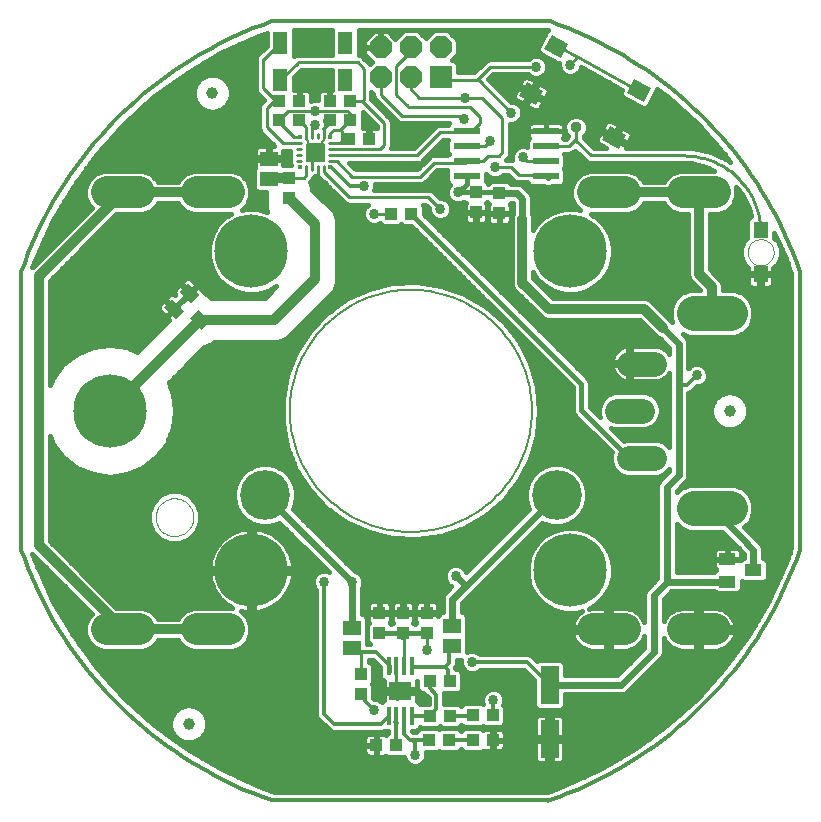
<source format=gtl>
G75*
%MOIN*%
%OFA0B0*%
%FSLAX24Y24*%
%IPPOS*%
%LPD*%
%AMOC8*
5,1,8,0,0,1.08239X$1,22.5*
%
%ADD10C,0.0000*%
%ADD11C,0.0120*%
%ADD12C,0.0105*%
%ADD13R,0.0134X0.0134*%
%ADD14C,0.0063*%
%ADD15R,0.0433X0.0394*%
%ADD16C,0.2441*%
%ADD17C,0.0827*%
%ADD18C,0.1181*%
%ADD19R,0.0870X0.0240*%
%ADD20R,0.0740X0.0740*%
%ADD21OC8,0.0740*%
%ADD22R,0.0591X0.0512*%
%ADD23R,0.0394X0.0433*%
%ADD24R,0.0394X0.0551*%
%ADD25C,0.1050*%
%ADD26R,0.0630X0.0512*%
%ADD27R,0.0630X0.1260*%
%ADD28C,0.0394*%
%ADD29R,0.0512X0.0748*%
%ADD30R,0.0551X0.0394*%
%ADD31C,0.0050*%
%ADD32C,0.1660*%
%ADD33R,0.0157X0.0630*%
%ADD34R,0.0744X0.0618*%
%ADD35R,0.0492X0.0551*%
%ADD36C,0.0337*%
%ADD37C,0.0240*%
%ADD38C,0.0297*%
%ADD39C,0.0079*%
%ADD40C,0.0100*%
%ADD41C,0.0160*%
%ADD42C,0.0376*%
%ADD43C,0.0240*%
%ADD44C,0.0320*%
D10*
X007814Y008645D02*
X007816Y008702D01*
X007822Y008759D01*
X007832Y008816D01*
X007845Y008872D01*
X007863Y008926D01*
X007884Y008980D01*
X007909Y009031D01*
X007938Y009081D01*
X007969Y009129D01*
X008004Y009174D01*
X008042Y009217D01*
X008083Y009257D01*
X008127Y009295D01*
X008173Y009329D01*
X008221Y009360D01*
X008272Y009387D01*
X008324Y009411D01*
X008377Y009432D01*
X008432Y009448D01*
X008488Y009461D01*
X008545Y009470D01*
X008602Y009475D01*
X008659Y009476D01*
X008717Y009473D01*
X008774Y009466D01*
X008830Y009455D01*
X008885Y009440D01*
X008940Y009422D01*
X008993Y009400D01*
X009044Y009374D01*
X009093Y009345D01*
X009140Y009312D01*
X009185Y009276D01*
X009228Y009238D01*
X009267Y009196D01*
X009304Y009152D01*
X009337Y009105D01*
X009367Y009056D01*
X009394Y009006D01*
X009417Y008953D01*
X009436Y008899D01*
X009452Y008844D01*
X009464Y008788D01*
X009472Y008731D01*
X009476Y008674D01*
X009476Y008616D01*
X009472Y008559D01*
X009464Y008502D01*
X009452Y008446D01*
X009436Y008391D01*
X009417Y008337D01*
X009394Y008284D01*
X009367Y008234D01*
X009337Y008185D01*
X009304Y008138D01*
X009267Y008094D01*
X009228Y008052D01*
X009185Y008014D01*
X009140Y007978D01*
X009093Y007945D01*
X009044Y007916D01*
X008993Y007890D01*
X008940Y007868D01*
X008885Y007850D01*
X008830Y007835D01*
X008774Y007824D01*
X008717Y007817D01*
X008659Y007814D01*
X008602Y007815D01*
X008545Y007820D01*
X008488Y007829D01*
X008432Y007842D01*
X008377Y007858D01*
X008324Y007879D01*
X008272Y007903D01*
X008221Y007930D01*
X008173Y007961D01*
X008127Y007995D01*
X008083Y008033D01*
X008042Y008073D01*
X008004Y008116D01*
X007969Y008161D01*
X007938Y008209D01*
X007909Y008259D01*
X007884Y008310D01*
X007863Y008364D01*
X007845Y008418D01*
X007832Y008474D01*
X007822Y008531D01*
X007816Y008588D01*
X007814Y008645D01*
X005456Y010416D02*
X005458Y010466D01*
X005464Y010516D01*
X005474Y010565D01*
X005488Y010613D01*
X005505Y010660D01*
X005526Y010705D01*
X005551Y010749D01*
X005579Y010790D01*
X005611Y010829D01*
X005645Y010866D01*
X005682Y010900D01*
X005722Y010930D01*
X005764Y010957D01*
X005808Y010981D01*
X005854Y011002D01*
X005901Y011018D01*
X005949Y011031D01*
X005999Y011040D01*
X006048Y011045D01*
X006099Y011046D01*
X006149Y011043D01*
X006198Y011036D01*
X006247Y011025D01*
X006295Y011010D01*
X006341Y010992D01*
X006386Y010970D01*
X006429Y010944D01*
X006470Y010915D01*
X006509Y010883D01*
X006545Y010848D01*
X006577Y010810D01*
X006607Y010770D01*
X006634Y010727D01*
X006657Y010683D01*
X006676Y010637D01*
X006692Y010589D01*
X006704Y010540D01*
X006712Y010491D01*
X006716Y010441D01*
X006716Y010391D01*
X006712Y010341D01*
X006704Y010292D01*
X006692Y010243D01*
X006676Y010195D01*
X006657Y010149D01*
X006634Y010105D01*
X006607Y010062D01*
X006577Y010022D01*
X006545Y009984D01*
X006509Y009949D01*
X006470Y009917D01*
X006429Y009888D01*
X006386Y009862D01*
X006341Y009840D01*
X006295Y009822D01*
X006247Y009807D01*
X006198Y009796D01*
X006149Y009789D01*
X006099Y009786D01*
X006048Y009787D01*
X005999Y009792D01*
X005949Y009801D01*
X005901Y009814D01*
X005854Y009830D01*
X005808Y009851D01*
X005764Y009875D01*
X005722Y009902D01*
X005682Y009932D01*
X005645Y009966D01*
X005611Y010003D01*
X005579Y010042D01*
X005551Y010083D01*
X005526Y010127D01*
X005505Y010172D01*
X005488Y010219D01*
X005474Y010267D01*
X005464Y010316D01*
X005458Y010366D01*
X005456Y010416D01*
X007814Y019274D02*
X007816Y019331D01*
X007822Y019388D01*
X007832Y019445D01*
X007845Y019501D01*
X007863Y019555D01*
X007884Y019609D01*
X007909Y019660D01*
X007938Y019710D01*
X007969Y019758D01*
X008004Y019803D01*
X008042Y019846D01*
X008083Y019886D01*
X008127Y019924D01*
X008173Y019958D01*
X008221Y019989D01*
X008272Y020016D01*
X008324Y020040D01*
X008377Y020061D01*
X008432Y020077D01*
X008488Y020090D01*
X008545Y020099D01*
X008602Y020104D01*
X008659Y020105D01*
X008717Y020102D01*
X008774Y020095D01*
X008830Y020084D01*
X008885Y020069D01*
X008940Y020051D01*
X008993Y020029D01*
X009044Y020003D01*
X009093Y019974D01*
X009140Y019941D01*
X009185Y019905D01*
X009228Y019867D01*
X009267Y019825D01*
X009304Y019781D01*
X009337Y019734D01*
X009367Y019685D01*
X009394Y019635D01*
X009417Y019582D01*
X009436Y019528D01*
X009452Y019473D01*
X009464Y019417D01*
X009472Y019360D01*
X009476Y019303D01*
X009476Y019245D01*
X009472Y019188D01*
X009464Y019131D01*
X009452Y019075D01*
X009436Y019020D01*
X009417Y018966D01*
X009394Y018913D01*
X009367Y018863D01*
X009337Y018814D01*
X009304Y018767D01*
X009267Y018723D01*
X009228Y018681D01*
X009185Y018643D01*
X009140Y018607D01*
X009093Y018574D01*
X009044Y018545D01*
X008993Y018519D01*
X008940Y018497D01*
X008885Y018479D01*
X008830Y018464D01*
X008774Y018453D01*
X008717Y018446D01*
X008659Y018443D01*
X008602Y018444D01*
X008545Y018449D01*
X008488Y018458D01*
X008432Y018471D01*
X008377Y018487D01*
X008324Y018508D01*
X008272Y018532D01*
X008221Y018559D01*
X008173Y018590D01*
X008127Y018624D01*
X008083Y018662D01*
X008042Y018702D01*
X008004Y018745D01*
X007969Y018790D01*
X007938Y018838D01*
X007909Y018888D01*
X007884Y018939D01*
X007863Y018993D01*
X007845Y019047D01*
X007832Y019103D01*
X007822Y019160D01*
X007816Y019217D01*
X007814Y019274D01*
X018443Y019274D02*
X018445Y019331D01*
X018451Y019388D01*
X018461Y019445D01*
X018474Y019501D01*
X018492Y019555D01*
X018513Y019609D01*
X018538Y019660D01*
X018567Y019710D01*
X018598Y019758D01*
X018633Y019803D01*
X018671Y019846D01*
X018712Y019886D01*
X018756Y019924D01*
X018802Y019958D01*
X018850Y019989D01*
X018901Y020016D01*
X018953Y020040D01*
X019006Y020061D01*
X019061Y020077D01*
X019117Y020090D01*
X019174Y020099D01*
X019231Y020104D01*
X019288Y020105D01*
X019346Y020102D01*
X019403Y020095D01*
X019459Y020084D01*
X019514Y020069D01*
X019569Y020051D01*
X019622Y020029D01*
X019673Y020003D01*
X019722Y019974D01*
X019769Y019941D01*
X019814Y019905D01*
X019857Y019867D01*
X019896Y019825D01*
X019933Y019781D01*
X019966Y019734D01*
X019996Y019685D01*
X020023Y019635D01*
X020046Y019582D01*
X020065Y019528D01*
X020081Y019473D01*
X020093Y019417D01*
X020101Y019360D01*
X020105Y019303D01*
X020105Y019245D01*
X020101Y019188D01*
X020093Y019131D01*
X020081Y019075D01*
X020065Y019020D01*
X020046Y018966D01*
X020023Y018913D01*
X019996Y018863D01*
X019966Y018814D01*
X019933Y018767D01*
X019896Y018723D01*
X019857Y018681D01*
X019814Y018643D01*
X019769Y018607D01*
X019722Y018574D01*
X019673Y018545D01*
X019622Y018519D01*
X019569Y018497D01*
X019514Y018479D01*
X019459Y018464D01*
X019403Y018453D01*
X019346Y018446D01*
X019288Y018443D01*
X019231Y018444D01*
X019174Y018449D01*
X019117Y018458D01*
X019061Y018471D01*
X019006Y018487D01*
X018953Y018508D01*
X018901Y018532D01*
X018850Y018559D01*
X018802Y018590D01*
X018756Y018624D01*
X018712Y018662D01*
X018671Y018702D01*
X018633Y018745D01*
X018598Y018790D01*
X018567Y018838D01*
X018538Y018888D01*
X018513Y018939D01*
X018492Y018993D01*
X018474Y019047D01*
X018461Y019103D01*
X018451Y019160D01*
X018445Y019217D01*
X018443Y019274D01*
X025190Y019245D02*
X025192Y019286D01*
X025198Y019327D01*
X025208Y019367D01*
X025221Y019406D01*
X025238Y019443D01*
X025259Y019479D01*
X025283Y019513D01*
X025310Y019544D01*
X025339Y019572D01*
X025372Y019598D01*
X025406Y019620D01*
X025443Y019639D01*
X025481Y019654D01*
X025521Y019666D01*
X025561Y019674D01*
X025602Y019678D01*
X025644Y019678D01*
X025685Y019674D01*
X025725Y019666D01*
X025765Y019654D01*
X025803Y019639D01*
X025839Y019620D01*
X025874Y019598D01*
X025907Y019572D01*
X025936Y019544D01*
X025963Y019513D01*
X025987Y019479D01*
X026008Y019443D01*
X026025Y019406D01*
X026038Y019367D01*
X026048Y019327D01*
X026054Y019286D01*
X026056Y019245D01*
X026054Y019204D01*
X026048Y019163D01*
X026038Y019123D01*
X026025Y019084D01*
X026008Y019047D01*
X025987Y019011D01*
X025963Y018977D01*
X025936Y018946D01*
X025907Y018918D01*
X025874Y018892D01*
X025840Y018870D01*
X025803Y018851D01*
X025765Y018836D01*
X025725Y018824D01*
X025685Y018816D01*
X025644Y018812D01*
X025602Y018812D01*
X025561Y018816D01*
X025521Y018824D01*
X025481Y018836D01*
X025443Y018851D01*
X025407Y018870D01*
X025372Y018892D01*
X025339Y018918D01*
X025310Y018946D01*
X025283Y018977D01*
X025259Y019011D01*
X025238Y019047D01*
X025221Y019084D01*
X025208Y019123D01*
X025198Y019163D01*
X025192Y019204D01*
X025190Y019245D01*
X018443Y008645D02*
X018445Y008702D01*
X018451Y008759D01*
X018461Y008816D01*
X018474Y008872D01*
X018492Y008926D01*
X018513Y008980D01*
X018538Y009031D01*
X018567Y009081D01*
X018598Y009129D01*
X018633Y009174D01*
X018671Y009217D01*
X018712Y009257D01*
X018756Y009295D01*
X018802Y009329D01*
X018850Y009360D01*
X018901Y009387D01*
X018953Y009411D01*
X019006Y009432D01*
X019061Y009448D01*
X019117Y009461D01*
X019174Y009470D01*
X019231Y009475D01*
X019288Y009476D01*
X019346Y009473D01*
X019403Y009466D01*
X019459Y009455D01*
X019514Y009440D01*
X019569Y009422D01*
X019622Y009400D01*
X019673Y009374D01*
X019722Y009345D01*
X019769Y009312D01*
X019814Y009276D01*
X019857Y009238D01*
X019896Y009196D01*
X019933Y009152D01*
X019966Y009105D01*
X019996Y009056D01*
X020023Y009006D01*
X020046Y008953D01*
X020065Y008899D01*
X020081Y008844D01*
X020093Y008788D01*
X020101Y008731D01*
X020105Y008674D01*
X020105Y008616D01*
X020101Y008559D01*
X020093Y008502D01*
X020081Y008446D01*
X020065Y008391D01*
X020046Y008337D01*
X020023Y008284D01*
X019996Y008234D01*
X019966Y008185D01*
X019933Y008138D01*
X019896Y008094D01*
X019857Y008052D01*
X019814Y008014D01*
X019769Y007978D01*
X019722Y007945D01*
X019673Y007916D01*
X019622Y007890D01*
X019569Y007868D01*
X019514Y007850D01*
X019459Y007835D01*
X019403Y007824D01*
X019346Y007817D01*
X019288Y007814D01*
X019231Y007815D01*
X019174Y007820D01*
X019117Y007829D01*
X019061Y007842D01*
X019006Y007858D01*
X018953Y007879D01*
X018901Y007903D01*
X018850Y007930D01*
X018802Y007961D01*
X018756Y007995D01*
X018712Y008033D01*
X018671Y008073D01*
X018633Y008116D01*
X018598Y008161D01*
X018567Y008209D01*
X018538Y008259D01*
X018513Y008310D01*
X018492Y008364D01*
X018474Y008418D01*
X018461Y008474D01*
X018451Y008531D01*
X018445Y008588D01*
X018443Y008645D01*
D11*
X015349Y006113D02*
X015227Y005991D01*
X015227Y005554D01*
X015089Y005416D01*
X015200Y005306D01*
X015200Y005003D01*
X015256Y004947D01*
X015089Y005416D02*
X014023Y005416D01*
X013989Y005450D01*
X014586Y004947D02*
X014586Y004707D01*
X014814Y004479D01*
X014814Y004028D01*
X014585Y003799D01*
X014582Y003797D01*
X013989Y003797D01*
X013733Y003797D02*
X013723Y003599D01*
X013739Y003584D01*
X013739Y003184D01*
X013941Y002982D01*
X014009Y002982D01*
X014107Y002883D01*
X014107Y002493D01*
X014009Y002982D02*
X014566Y002982D01*
X015235Y002982D02*
X016031Y002982D01*
X016007Y003799D02*
X015254Y003799D01*
X016007Y003799D02*
X016022Y003814D01*
X016691Y003814D02*
X016691Y004289D01*
X016715Y004314D01*
X016022Y005559D02*
X015999Y005582D01*
X017823Y005582D01*
X017841Y005574D02*
X018586Y004830D01*
X017841Y005575D02*
X017836Y005579D01*
X017829Y005581D01*
X017823Y005582D01*
X014486Y006404D02*
X014488Y006553D01*
X012802Y005912D02*
X012267Y005912D01*
X012239Y005940D01*
X012208Y005971D01*
X013477Y004564D02*
X013605Y004623D01*
X013221Y003797D02*
X013221Y003773D01*
X012975Y003526D01*
X011400Y003526D01*
X011056Y003871D01*
X011056Y008251D01*
X013448Y003580D02*
X013487Y003540D01*
X013477Y003530D01*
X013477Y002813D01*
X009334Y000980D02*
X018586Y000980D01*
X018544Y000967D01*
X026939Y009334D02*
X026939Y018586D01*
X023487Y015141D02*
X023172Y014826D01*
X022892Y014826D01*
X026939Y018585D02*
X026827Y018896D01*
X026708Y019205D01*
X026582Y019510D01*
X026448Y019812D01*
X026306Y020111D01*
X026158Y020406D01*
X026002Y020697D01*
X025839Y020985D01*
X025669Y021268D01*
X025492Y021548D01*
X025308Y021822D01*
X025118Y022093D01*
X024921Y022358D01*
X024718Y022619D01*
X024508Y022874D01*
X024292Y023124D01*
X024070Y023369D01*
X023842Y023609D01*
X023609Y023842D01*
X023369Y024070D01*
X023124Y024292D01*
X022874Y024508D01*
X022619Y024718D01*
X022358Y024921D01*
X022093Y025118D01*
X021822Y025308D01*
X021548Y025492D01*
X021268Y025669D01*
X020985Y025839D01*
X020697Y026002D01*
X020406Y026158D01*
X020111Y026306D01*
X019812Y026448D01*
X019510Y026582D01*
X019205Y026708D01*
X018896Y026827D01*
X018585Y026939D01*
X018586Y026939D02*
X009334Y026939D01*
X011267Y023645D02*
X011267Y023550D01*
X011066Y023349D01*
X011269Y022084D02*
X011288Y022084D01*
X011305Y022076D02*
X011942Y021440D01*
X012385Y021440D01*
X011306Y022077D02*
X011301Y022081D01*
X011294Y022083D01*
X011288Y022084D01*
X000980Y018586D02*
X000980Y009334D01*
X001092Y009023D01*
X001211Y008714D01*
X001337Y008409D01*
X001471Y008107D01*
X001613Y007808D01*
X001761Y007513D01*
X001917Y007222D01*
X002080Y006934D01*
X002250Y006651D01*
X002427Y006371D01*
X002611Y006097D01*
X002801Y005826D01*
X002998Y005561D01*
X003201Y005300D01*
X003411Y005045D01*
X003627Y004795D01*
X003849Y004550D01*
X004077Y004310D01*
X004310Y004077D01*
X004550Y003849D01*
X004795Y003627D01*
X005045Y003411D01*
X005300Y003201D01*
X005561Y002998D01*
X005826Y002801D01*
X006097Y002611D01*
X006371Y002427D01*
X006651Y002250D01*
X006934Y002080D01*
X007222Y001917D01*
X007513Y001761D01*
X007808Y001613D01*
X008107Y001471D01*
X008409Y001337D01*
X008714Y001211D01*
X009023Y001092D01*
X009334Y000980D01*
X018585Y000980D02*
X018896Y001092D01*
X019205Y001211D01*
X019510Y001337D01*
X019812Y001471D01*
X020111Y001613D01*
X020406Y001761D01*
X020697Y001917D01*
X020985Y002080D01*
X021268Y002250D01*
X021548Y002427D01*
X021822Y002611D01*
X022093Y002801D01*
X022358Y002998D01*
X022619Y003201D01*
X022874Y003411D01*
X023124Y003627D01*
X023369Y003849D01*
X023609Y004077D01*
X023842Y004310D01*
X024070Y004550D01*
X024292Y004795D01*
X024508Y005045D01*
X024718Y005300D01*
X024921Y005561D01*
X025118Y005826D01*
X025308Y006097D01*
X025492Y006371D01*
X025669Y006651D01*
X025839Y006934D01*
X026002Y007222D01*
X026158Y007513D01*
X026306Y007808D01*
X026448Y008107D01*
X026582Y008409D01*
X026708Y008714D01*
X026827Y009023D01*
X026939Y009334D01*
X009334Y026939D02*
X009023Y026827D01*
X008714Y026708D01*
X008409Y026582D01*
X008107Y026448D01*
X007808Y026306D01*
X007513Y026158D01*
X007222Y026002D01*
X006934Y025839D01*
X006651Y025669D01*
X006371Y025492D01*
X006097Y025308D01*
X005826Y025118D01*
X005561Y024921D01*
X005300Y024718D01*
X005045Y024508D01*
X004795Y024292D01*
X004550Y024070D01*
X004310Y023842D01*
X004077Y023609D01*
X003849Y023369D01*
X003627Y023124D01*
X003411Y022874D01*
X003201Y022619D01*
X002998Y022358D01*
X002801Y022093D01*
X002611Y021822D01*
X002427Y021548D01*
X002250Y021268D01*
X002080Y020985D01*
X001917Y020697D01*
X001761Y020406D01*
X001613Y020111D01*
X001471Y019812D01*
X001337Y019510D01*
X001211Y019205D01*
X001092Y018896D01*
X000980Y018585D01*
D12*
X010313Y022283D02*
X010313Y022289D01*
X010313Y022283D02*
X010177Y022283D01*
X010177Y022289D01*
X010313Y022289D01*
X010313Y022480D02*
X010313Y022486D01*
X010313Y022480D02*
X010177Y022480D01*
X010177Y022486D01*
X010313Y022486D01*
X010313Y022677D02*
X010313Y022683D01*
X010313Y022677D02*
X010177Y022677D01*
X010177Y022683D01*
X010313Y022683D01*
X010313Y022874D02*
X010313Y022880D01*
X010313Y022874D02*
X010177Y022874D01*
X010177Y022880D01*
X010313Y022880D01*
X010472Y023175D02*
X010478Y023175D01*
X010478Y023039D01*
X010472Y023039D01*
X010472Y023175D01*
X010478Y023143D02*
X010472Y023143D01*
X010669Y023175D02*
X010675Y023175D01*
X010675Y023039D01*
X010669Y023039D01*
X010669Y023175D01*
X010675Y023143D02*
X010669Y023143D01*
X010866Y023175D02*
X010872Y023175D01*
X010872Y023039D01*
X010866Y023039D01*
X010866Y023175D01*
X010872Y023143D02*
X010866Y023143D01*
X011063Y023175D02*
X011069Y023175D01*
X011069Y023039D01*
X011063Y023039D01*
X011063Y023175D01*
X011069Y023143D02*
X011063Y023143D01*
X011228Y022880D02*
X011228Y022874D01*
X011228Y022880D02*
X011364Y022880D01*
X011364Y022874D01*
X011228Y022874D01*
X011228Y022683D02*
X011228Y022677D01*
X011228Y022683D02*
X011364Y022683D01*
X011364Y022677D01*
X011228Y022677D01*
X011228Y022486D02*
X011228Y022480D01*
X011228Y022486D02*
X011364Y022486D01*
X011364Y022480D01*
X011228Y022480D01*
X011228Y022289D02*
X011228Y022283D01*
X011228Y022289D02*
X011364Y022289D01*
X011364Y022283D01*
X011228Y022283D01*
X011069Y021988D02*
X011063Y021988D01*
X011063Y022124D01*
X011069Y022124D01*
X011069Y021988D01*
X011069Y022092D02*
X011063Y022092D01*
X010872Y021988D02*
X010866Y021988D01*
X010866Y022124D01*
X010872Y022124D01*
X010872Y021988D01*
X010872Y022092D02*
X010866Y022092D01*
X010675Y021988D02*
X010669Y021988D01*
X010669Y022124D01*
X010675Y022124D01*
X010675Y021988D01*
X010675Y022092D02*
X010669Y022092D01*
X010478Y021988D02*
X010472Y021988D01*
X010472Y022124D01*
X010478Y022124D01*
X010478Y021988D01*
X010478Y022092D02*
X010472Y022092D01*
D13*
X010273Y022080D03*
X011269Y022084D03*
X011269Y023080D03*
X010273Y023080D03*
D14*
X011055Y022866D02*
X011055Y022298D01*
X010487Y022298D01*
X010487Y022866D01*
X011055Y022866D01*
X011055Y022360D02*
X010487Y022360D01*
X010487Y022422D02*
X011055Y022422D01*
X011055Y022484D02*
X010487Y022484D01*
X010487Y022546D02*
X011055Y022546D01*
X011055Y022608D02*
X010487Y022608D01*
X010487Y022670D02*
X011055Y022670D01*
X011055Y022732D02*
X010487Y022732D01*
X010487Y022794D02*
X011055Y022794D01*
X011055Y022856D02*
X010487Y022856D01*
D15*
X010239Y023645D03*
X009570Y023645D03*
X009570Y024274D03*
X010239Y024274D03*
X011263Y024274D03*
X011267Y023645D03*
X011936Y023645D03*
X011899Y023026D03*
X012568Y023026D03*
X011932Y024274D03*
X013310Y020534D03*
X013979Y020534D03*
X014586Y004947D03*
X015256Y004947D03*
X015254Y003799D03*
X014585Y003799D03*
X014566Y002982D03*
X015235Y002982D03*
X016031Y002982D03*
X016700Y002982D03*
X016691Y003814D03*
X016022Y003814D03*
X013477Y002813D03*
X012808Y002813D03*
D16*
X008645Y008645D03*
X003920Y013960D03*
X008645Y019274D03*
X019274Y019274D03*
X019274Y008645D03*
D17*
X021243Y012385D02*
X022070Y012385D01*
X021676Y013960D02*
X020849Y013960D01*
X021243Y015534D02*
X022070Y015534D01*
D18*
X023408Y017208D02*
X024589Y017208D01*
X024589Y010711D02*
X023408Y010711D01*
D19*
X018469Y021782D03*
X018469Y022282D03*
X018469Y022782D03*
X018469Y023282D03*
X015819Y023282D03*
X015819Y022782D03*
X015819Y022282D03*
X015819Y021782D03*
D20*
X014960Y025074D03*
D21*
X013960Y025074D03*
X012960Y025074D03*
X012960Y026074D03*
X013960Y026074D03*
X014960Y026074D03*
D22*
X009235Y022365D03*
X009235Y021696D03*
X012011Y006727D03*
X012011Y006058D03*
X015349Y006113D03*
X015349Y006782D03*
D23*
X014488Y006553D03*
X014488Y007222D03*
X013700Y007222D03*
X013700Y006553D03*
X012913Y006553D03*
X012913Y007222D03*
X012308Y005186D03*
X012308Y004517D03*
X016135Y020574D03*
X016912Y020544D03*
X016912Y021213D03*
X016135Y021243D03*
X009904Y021066D03*
X009904Y021735D03*
D24*
G36*
X006262Y017932D02*
X006540Y018210D01*
X006928Y017822D01*
X006650Y017544D01*
X006262Y017932D01*
G37*
G36*
X005733Y017403D02*
X006011Y017681D01*
X006399Y017293D01*
X006121Y017015D01*
X005733Y017403D01*
G37*
G36*
X006610Y017055D02*
X006888Y017333D01*
X007276Y016945D01*
X006998Y016667D01*
X006610Y017055D01*
G37*
D25*
X006835Y021243D02*
X007885Y021243D01*
X004885Y021243D02*
X003835Y021243D01*
X020035Y021243D02*
X021085Y021243D01*
X023035Y021243D02*
X024085Y021243D01*
X024085Y006676D02*
X023035Y006676D01*
X021085Y006676D02*
X020035Y006676D01*
X007885Y006676D02*
X006835Y006676D01*
X004885Y006676D02*
X003835Y006676D01*
D26*
G36*
X020585Y023441D02*
X021140Y023146D01*
X020899Y022695D01*
X020344Y022990D01*
X020585Y023441D01*
G37*
G36*
X021417Y025005D02*
X021972Y024710D01*
X021731Y024259D01*
X021176Y024554D01*
X021417Y025005D01*
G37*
G36*
X018654Y026474D02*
X019209Y026179D01*
X018968Y025728D01*
X018413Y026023D01*
X018654Y026474D01*
G37*
G36*
X017822Y024910D02*
X018377Y024615D01*
X018136Y024164D01*
X017581Y024459D01*
X017822Y024910D01*
G37*
D27*
X018586Y004830D03*
X018586Y003019D03*
D28*
X006558Y003526D03*
X024589Y013960D03*
X007345Y024550D03*
D29*
X009609Y024975D03*
X009609Y026235D03*
X011774Y026235D03*
X011774Y024975D03*
D30*
X024511Y009019D03*
X025377Y008645D03*
X024511Y008271D03*
D31*
X009925Y013960D02*
X009927Y014087D01*
X009933Y014213D01*
X009943Y014340D01*
X009957Y014466D01*
X009975Y014591D01*
X009996Y014716D01*
X010022Y014840D01*
X010052Y014963D01*
X010085Y015086D01*
X010122Y015207D01*
X010164Y015327D01*
X010208Y015445D01*
X010257Y015562D01*
X010309Y015678D01*
X010365Y015792D01*
X010424Y015904D01*
X010487Y016014D01*
X010553Y016122D01*
X010623Y016228D01*
X010696Y016332D01*
X010772Y016433D01*
X010851Y016532D01*
X010933Y016628D01*
X011019Y016722D01*
X011107Y016813D01*
X011198Y016901D01*
X011292Y016987D01*
X011388Y017069D01*
X011487Y017148D01*
X011588Y017224D01*
X011692Y017297D01*
X011798Y017367D01*
X011906Y017433D01*
X012016Y017496D01*
X012128Y017555D01*
X012242Y017611D01*
X012358Y017663D01*
X012475Y017712D01*
X012593Y017756D01*
X012713Y017798D01*
X012834Y017835D01*
X012957Y017868D01*
X013080Y017898D01*
X013204Y017924D01*
X013329Y017945D01*
X013454Y017963D01*
X013580Y017977D01*
X013707Y017987D01*
X013833Y017993D01*
X013960Y017995D01*
X014087Y017993D01*
X014213Y017987D01*
X014340Y017977D01*
X014466Y017963D01*
X014591Y017945D01*
X014716Y017924D01*
X014840Y017898D01*
X014963Y017868D01*
X015086Y017835D01*
X015207Y017798D01*
X015327Y017756D01*
X015445Y017712D01*
X015562Y017663D01*
X015678Y017611D01*
X015792Y017555D01*
X015904Y017496D01*
X016014Y017433D01*
X016122Y017367D01*
X016228Y017297D01*
X016332Y017224D01*
X016433Y017148D01*
X016532Y017069D01*
X016628Y016987D01*
X016722Y016901D01*
X016813Y016813D01*
X016901Y016722D01*
X016987Y016628D01*
X017069Y016532D01*
X017148Y016433D01*
X017224Y016332D01*
X017297Y016228D01*
X017367Y016122D01*
X017433Y016014D01*
X017496Y015904D01*
X017555Y015792D01*
X017611Y015678D01*
X017663Y015562D01*
X017712Y015445D01*
X017756Y015327D01*
X017798Y015207D01*
X017835Y015086D01*
X017868Y014963D01*
X017898Y014840D01*
X017924Y014716D01*
X017945Y014591D01*
X017963Y014466D01*
X017977Y014340D01*
X017987Y014213D01*
X017993Y014087D01*
X017995Y013960D01*
X017993Y013833D01*
X017987Y013707D01*
X017977Y013580D01*
X017963Y013454D01*
X017945Y013329D01*
X017924Y013204D01*
X017898Y013080D01*
X017868Y012957D01*
X017835Y012834D01*
X017798Y012713D01*
X017756Y012593D01*
X017712Y012475D01*
X017663Y012358D01*
X017611Y012242D01*
X017555Y012128D01*
X017496Y012016D01*
X017433Y011906D01*
X017367Y011798D01*
X017297Y011692D01*
X017224Y011588D01*
X017148Y011487D01*
X017069Y011388D01*
X016987Y011292D01*
X016901Y011198D01*
X016813Y011107D01*
X016722Y011019D01*
X016628Y010933D01*
X016532Y010851D01*
X016433Y010772D01*
X016332Y010696D01*
X016228Y010623D01*
X016122Y010553D01*
X016014Y010487D01*
X015904Y010424D01*
X015792Y010365D01*
X015678Y010309D01*
X015562Y010257D01*
X015445Y010208D01*
X015327Y010164D01*
X015207Y010122D01*
X015086Y010085D01*
X014963Y010052D01*
X014840Y010022D01*
X014716Y009996D01*
X014591Y009975D01*
X014466Y009957D01*
X014340Y009943D01*
X014213Y009933D01*
X014087Y009927D01*
X013960Y009925D01*
X013833Y009927D01*
X013707Y009933D01*
X013580Y009943D01*
X013454Y009957D01*
X013329Y009975D01*
X013204Y009996D01*
X013080Y010022D01*
X012957Y010052D01*
X012834Y010085D01*
X012713Y010122D01*
X012593Y010164D01*
X012475Y010208D01*
X012358Y010257D01*
X012242Y010309D01*
X012128Y010365D01*
X012016Y010424D01*
X011906Y010487D01*
X011798Y010553D01*
X011692Y010623D01*
X011588Y010696D01*
X011487Y010772D01*
X011388Y010851D01*
X011292Y010933D01*
X011198Y011019D01*
X011107Y011107D01*
X011019Y011198D01*
X010933Y011292D01*
X010851Y011388D01*
X010772Y011487D01*
X010696Y011588D01*
X010623Y011692D01*
X010553Y011798D01*
X010487Y011906D01*
X010424Y012016D01*
X010365Y012128D01*
X010309Y012242D01*
X010257Y012358D01*
X010208Y012475D01*
X010164Y012593D01*
X010122Y012713D01*
X010085Y012834D01*
X010052Y012957D01*
X010022Y013080D01*
X009996Y013204D01*
X009975Y013329D01*
X009957Y013454D01*
X009943Y013580D01*
X009933Y013707D01*
X009927Y013833D01*
X009925Y013960D01*
D32*
X009101Y011154D03*
X018818Y011154D03*
D33*
X013989Y005450D03*
X013733Y005450D03*
X013477Y005450D03*
X013221Y005450D03*
X013221Y003797D03*
X013477Y003797D03*
X013733Y003797D03*
X013989Y003797D03*
D34*
X013605Y004623D03*
D35*
X025623Y018517D03*
X025623Y019973D03*
D36*
X026307Y017333D03*
X026398Y015528D03*
X023487Y015141D03*
X019836Y016125D03*
X022208Y018113D03*
X016952Y018290D03*
X016322Y019334D03*
X015042Y018556D03*
X014137Y019629D03*
X013428Y018950D03*
X012286Y018556D03*
X011794Y020249D03*
X012739Y020534D03*
X012385Y021440D03*
X012532Y022119D03*
X013802Y022119D03*
X013787Y022916D03*
X012503Y023566D03*
X010771Y023487D03*
X010763Y023956D03*
X010723Y025113D03*
X010723Y026392D03*
X008194Y025780D03*
X005857Y024406D03*
X008088Y023717D03*
X008924Y023015D03*
X014944Y020692D03*
X015534Y021243D03*
X016765Y022080D03*
X017700Y022424D03*
X016617Y022965D03*
X015731Y023704D03*
X015780Y024393D03*
X017306Y023900D03*
X018143Y025426D03*
X019274Y025495D03*
X022380Y024028D03*
X019388Y022257D03*
X008822Y015889D03*
X009019Y015101D03*
X007611Y015790D03*
X006578Y014816D03*
X006430Y013192D03*
X005593Y011912D03*
X002293Y011556D03*
X002539Y009484D03*
X009019Y012936D03*
X011774Y009589D03*
X012011Y008245D03*
X011056Y008251D03*
X010111Y006897D03*
X010155Y004983D03*
X012747Y003983D03*
X014431Y004325D03*
X015574Y004397D03*
X016715Y004314D03*
X015999Y005582D03*
X014486Y006003D03*
X015456Y008448D03*
X015711Y009589D03*
X013782Y008920D03*
X018034Y006906D03*
X021837Y009967D03*
X023546Y009393D03*
X025436Y007424D03*
X026368Y010110D03*
X026398Y012329D03*
X019748Y012492D03*
X018728Y013761D03*
X022129Y003694D03*
X020639Y002746D03*
X017523Y001765D03*
X014107Y002493D03*
X012306Y001715D03*
X009402Y001814D03*
X007444Y003029D03*
X002365Y016351D03*
X002365Y018226D03*
X002490Y020351D03*
X005295Y018131D03*
X005042Y016774D03*
D37*
X010633Y022444D03*
X010633Y022719D03*
X010908Y022719D03*
X010913Y022444D03*
D38*
X011105Y021479D03*
D39*
X010869Y022400D02*
X010913Y022444D01*
X010908Y022719D02*
X011007Y022818D01*
X011007Y022936D01*
X011066Y022995D01*
X011066Y023107D01*
X010540Y022950D02*
X010540Y022812D01*
X010633Y022719D01*
X010550Y022802D01*
X010540Y022950D02*
X010475Y023015D01*
X010475Y023107D01*
D40*
X010475Y023408D01*
X010239Y023645D01*
X009881Y023956D02*
X010763Y023956D01*
X011837Y023956D01*
X011952Y023841D01*
X011952Y023660D01*
X011936Y023645D01*
X011912Y023668D01*
X011936Y023645D02*
X011617Y023326D01*
X011660Y023282D01*
X011660Y022967D01*
X011570Y022877D01*
X011296Y022877D01*
X011625Y022877D01*
X011774Y023026D01*
X011899Y023026D01*
X011617Y023326D02*
X011389Y023326D01*
X011269Y023206D01*
X011269Y023080D01*
X011296Y022877D02*
X011341Y022877D01*
X011296Y022680D02*
X012936Y022680D01*
X013074Y022818D01*
X013074Y023546D01*
X012345Y024274D01*
X012385Y024314D01*
X012385Y025367D01*
X012378Y025384D02*
X012188Y025574D01*
X010218Y025574D01*
X010200Y025566D02*
X009609Y024975D01*
X009038Y024708D02*
X009038Y025654D01*
X009045Y025671D02*
X009609Y026235D01*
X009045Y025672D02*
X009040Y025664D01*
X009038Y025654D01*
X009038Y024708D02*
X009432Y024314D01*
X009570Y024274D01*
X009393Y024274D01*
X009156Y024038D01*
X009156Y023408D01*
X009688Y022877D01*
X010245Y022877D01*
X010273Y023080D02*
X010259Y023093D01*
X010062Y023093D01*
X009570Y023586D01*
X009570Y023645D01*
X009881Y023956D01*
X009570Y024274D02*
X009511Y024314D01*
X009550Y024274D02*
X009570Y024274D01*
X010672Y023389D02*
X010771Y023487D01*
X010672Y023389D02*
X010672Y023107D01*
X010633Y022719D02*
X010633Y022717D01*
X010640Y022710D01*
X010771Y022582D02*
X010908Y022719D01*
X010633Y022444D02*
X010672Y022404D01*
X010672Y022056D01*
X010475Y022056D02*
X010475Y021814D01*
X010397Y021735D01*
X009904Y021735D01*
X010869Y021755D02*
X011105Y021479D01*
X010869Y021755D02*
X010869Y022056D01*
X011066Y022056D02*
X011066Y021932D01*
X011912Y021086D01*
X014550Y021086D01*
X014944Y020692D01*
X014279Y021760D02*
X014747Y022227D01*
X015764Y022227D01*
X015819Y022282D01*
X016377Y022282D01*
X016548Y022454D01*
X016893Y022454D01*
X017011Y022572D01*
X017011Y023693D01*
X017004Y023711D02*
X016329Y024385D01*
X016312Y024393D02*
X015780Y024393D01*
X014265Y024393D01*
X014248Y024400D02*
X013967Y024681D01*
X013960Y024698D02*
X013960Y025074D01*
X013959Y024698D02*
X013961Y024688D01*
X013966Y024680D01*
X014247Y024399D02*
X014252Y024395D01*
X014259Y024393D01*
X014265Y024392D01*
X013871Y024097D02*
X013865Y024098D01*
X013858Y024100D01*
X013853Y024104D01*
X013854Y024105D02*
X013467Y024491D01*
X013467Y025453D01*
X013960Y025945D01*
X013960Y026074D01*
X014960Y025074D02*
X015038Y024995D01*
X016174Y024995D01*
X016598Y025419D01*
X016615Y025426D02*
X018143Y025426D01*
X018811Y026101D02*
X018914Y026101D01*
X019525Y025764D01*
X019274Y025514D01*
X019274Y025495D01*
X019525Y025764D02*
X021574Y024632D01*
X019471Y023408D02*
X019471Y023015D01*
X019471Y022976D01*
X019479Y022958D02*
X019963Y022473D01*
X023054Y022473D01*
X023153Y022471D01*
X023252Y022465D01*
X023351Y022456D01*
X023449Y022442D01*
X023547Y022425D01*
X023644Y022404D01*
X023740Y022380D01*
X023835Y022352D01*
X023929Y022320D01*
X024021Y022284D01*
X024112Y022245D01*
X024202Y022202D01*
X024290Y022156D01*
X024376Y022107D01*
X024460Y022054D01*
X024542Y021999D01*
X024622Y021940D01*
X024699Y021878D01*
X024774Y021813D01*
X024846Y021745D01*
X024916Y021674D01*
X024983Y021601D01*
X025047Y021526D01*
X025108Y021447D01*
X025166Y021367D01*
X025221Y021285D01*
X025273Y021200D01*
X025321Y021113D01*
X025366Y021025D01*
X025408Y020935D01*
X025446Y020843D01*
X025480Y020750D01*
X025511Y020656D01*
X025538Y020561D01*
X025562Y020464D01*
X025582Y020367D01*
X025598Y020269D01*
X025610Y020171D01*
X025618Y020072D01*
X025623Y019973D01*
X019478Y022958D02*
X019473Y022966D01*
X019471Y022976D01*
X019471Y023015D02*
X019246Y022790D01*
X019229Y022782D02*
X018469Y022782D01*
X018469Y022282D02*
X017841Y022282D01*
X017700Y022424D01*
X017306Y022080D02*
X017552Y021834D01*
X018417Y021834D01*
X018469Y021782D01*
X018502Y022247D02*
X018469Y022282D01*
X019229Y022782D02*
X019235Y022783D01*
X019242Y022785D01*
X019247Y022789D01*
X017306Y022080D02*
X016765Y022080D01*
X016434Y022782D02*
X016617Y022965D01*
X016434Y022782D02*
X015819Y022782D01*
X015787Y023251D02*
X014944Y023251D01*
X014176Y022483D01*
X011296Y022483D01*
X011296Y022286D02*
X011489Y022286D01*
X012016Y021760D01*
X014279Y021760D01*
X013310Y020534D02*
X012739Y020534D01*
X015813Y022276D02*
X015819Y022282D01*
X015787Y023251D02*
X015819Y023282D01*
X015804Y023268D01*
X015819Y023282D02*
X015989Y023282D01*
X016006Y023290D02*
X016273Y023556D01*
X016273Y023743D01*
X016265Y023760D02*
X015928Y024097D01*
X013871Y024097D01*
X013664Y023802D02*
X015623Y023802D01*
X015640Y023795D02*
X015731Y023704D01*
X015641Y023795D02*
X015636Y023799D01*
X015629Y023801D01*
X015623Y023802D01*
X016266Y023761D02*
X016271Y023753D01*
X016273Y023743D01*
X016007Y023289D02*
X016002Y023285D01*
X015995Y023283D01*
X015989Y023282D01*
X015805Y023267D02*
X015800Y023263D01*
X015793Y023261D01*
X015787Y023260D01*
X017004Y023711D02*
X017009Y023703D01*
X017011Y023693D01*
X017306Y023900D02*
X016219Y024988D01*
X016201Y024995D02*
X016174Y024995D01*
X016201Y024995D02*
X016207Y024994D01*
X016214Y024992D01*
X016219Y024988D01*
X016597Y025419D02*
X016602Y025423D01*
X016609Y025425D01*
X016615Y025426D01*
X016312Y024393D02*
X016318Y024392D01*
X016325Y024390D01*
X016330Y024386D01*
X013664Y023802D02*
X012967Y024500D01*
X012960Y024517D02*
X012960Y025074D01*
X012959Y024517D02*
X012961Y024507D01*
X012966Y024499D01*
X012345Y024274D02*
X011932Y024274D01*
X011873Y024314D01*
X011263Y024274D02*
X011263Y024573D01*
X010723Y025113D01*
X010218Y025574D02*
X010212Y025573D01*
X010205Y025571D01*
X010200Y025567D01*
X012378Y025385D02*
X012383Y025377D01*
X012385Y025367D01*
X011267Y023645D02*
X011204Y023645D01*
X011066Y023349D02*
X011066Y023107D01*
X010273Y023080D02*
X010115Y023080D01*
X013700Y006553D02*
X013733Y006372D01*
X013733Y005450D01*
X013477Y005450D02*
X013477Y004751D01*
X013605Y004623D01*
X012747Y003983D02*
X012361Y004369D01*
X012308Y004517D01*
X012308Y005186D02*
X012308Y005870D01*
X012239Y005940D01*
X012208Y005971D02*
X012011Y006058D01*
X012802Y005912D02*
X013221Y005493D01*
X013221Y005450D01*
X013989Y005450D02*
X013993Y005450D01*
X014486Y006003D02*
X014486Y006404D01*
X015282Y006046D02*
X015349Y006113D01*
X014585Y003799D02*
X014704Y003698D01*
X013477Y003797D02*
X013448Y003580D01*
X013221Y003674D02*
X013221Y003797D01*
D41*
X006014Y003826D02*
X005030Y003826D01*
X004855Y003984D02*
X006125Y003984D01*
X006126Y003985D02*
X006115Y003970D01*
X006099Y003959D01*
X006097Y003944D01*
X006083Y003925D01*
X006067Y003908D01*
X006052Y003903D01*
X006045Y003886D01*
X006031Y003873D01*
X006031Y003858D01*
X006021Y003836D01*
X006008Y003817D01*
X005995Y003809D01*
X005990Y003791D01*
X005979Y003776D01*
X005982Y003761D01*
X005976Y003738D01*
X005966Y003717D01*
X005954Y003707D01*
X005953Y003689D01*
X005945Y003672D01*
X005950Y003658D01*
X005948Y003634D01*
X005942Y003611D01*
X005932Y003600D01*
X005934Y003581D01*
X005929Y003563D01*
X005936Y003550D01*
X005938Y003526D01*
X005936Y003503D01*
X005929Y003490D01*
X005934Y003472D01*
X005932Y003453D01*
X005942Y003442D01*
X005948Y003419D01*
X005950Y003395D01*
X005945Y003381D01*
X005953Y003364D01*
X005954Y003346D01*
X005966Y003336D01*
X005976Y003315D01*
X005982Y003292D01*
X005979Y003277D01*
X005990Y003262D01*
X005995Y003244D01*
X006008Y003236D01*
X006021Y003217D01*
X006031Y003195D01*
X006031Y003180D01*
X006045Y003167D01*
X006052Y003150D01*
X006067Y003145D01*
X006083Y003128D01*
X006097Y003109D01*
X006099Y003094D01*
X006115Y003083D01*
X006126Y003068D01*
X006140Y003065D01*
X006160Y003052D01*
X006176Y003035D01*
X006182Y003021D01*
X006198Y003013D01*
X006212Y003000D01*
X006227Y003000D01*
X006248Y002990D01*
X006267Y002976D01*
X006275Y002963D01*
X006293Y002958D01*
X006308Y002948D01*
X006323Y002950D01*
X006346Y002944D01*
X006367Y002934D01*
X006377Y002923D01*
X006396Y002921D01*
X006413Y002913D01*
X006427Y002918D01*
X006450Y002916D01*
X006473Y002910D01*
X006485Y002900D01*
X006503Y002902D01*
X006521Y002897D01*
X006534Y002905D01*
X006558Y002907D01*
X006581Y002905D01*
X006595Y002897D01*
X006613Y002902D01*
X006631Y002900D01*
X006643Y002910D01*
X006666Y002916D01*
X006689Y002918D01*
X006703Y002913D01*
X006720Y002921D01*
X006739Y002923D01*
X006748Y002934D01*
X006770Y002944D01*
X006793Y002950D01*
X006808Y002948D01*
X006823Y002958D01*
X006841Y002963D01*
X006848Y002976D01*
X006868Y002990D01*
X006889Y003000D01*
X006904Y003000D01*
X006917Y003013D01*
X006934Y003021D01*
X006940Y003035D01*
X006956Y003052D01*
X006976Y003065D01*
X006990Y003068D01*
X007001Y003083D01*
X007016Y003094D01*
X007019Y003109D01*
X007033Y003128D01*
X007049Y003145D01*
X007063Y003150D01*
X007071Y003167D01*
X007085Y003180D01*
X007085Y003195D01*
X007095Y003217D01*
X007108Y003236D01*
X007121Y003244D01*
X007126Y003262D01*
X007137Y003277D01*
X007134Y003292D01*
X007140Y003315D01*
X007150Y003336D01*
X007162Y003346D01*
X007163Y003364D01*
X007171Y003381D01*
X007166Y003395D01*
X007168Y003419D01*
X007174Y003442D01*
X007184Y003453D01*
X007182Y003472D01*
X007187Y003490D01*
X007180Y003503D01*
X007178Y003526D01*
X007180Y003550D01*
X007187Y003563D01*
X007182Y003581D01*
X007184Y003600D01*
X007174Y003611D01*
X007168Y003634D01*
X007166Y003658D01*
X007171Y003672D01*
X007163Y003689D01*
X007162Y003707D01*
X007150Y003717D01*
X007140Y003738D01*
X007134Y003761D01*
X007137Y003776D01*
X007126Y003791D01*
X007121Y003809D01*
X007108Y003817D01*
X007095Y003836D01*
X007085Y003858D01*
X007085Y003873D01*
X007071Y003886D01*
X007063Y003903D01*
X007049Y003908D01*
X007033Y003925D01*
X007019Y003944D01*
X007016Y003959D01*
X007001Y003970D01*
X006990Y003985D01*
X006976Y003988D01*
X006956Y004001D01*
X006940Y004018D01*
X006934Y004032D01*
X006917Y004040D01*
X006904Y004053D01*
X006889Y004053D01*
X006868Y004063D01*
X006848Y004077D01*
X006841Y004090D01*
X006823Y004094D01*
X006808Y004105D01*
X006793Y004103D01*
X006770Y004109D01*
X006748Y004119D01*
X006739Y004130D01*
X006720Y004132D01*
X006703Y004140D01*
X006689Y004135D01*
X006666Y004137D01*
X006643Y004143D01*
X006631Y004152D01*
X006613Y004151D01*
X006595Y004156D01*
X006581Y004148D01*
X006558Y004146D01*
X006534Y004148D01*
X006521Y004156D01*
X006503Y004151D01*
X006485Y004152D01*
X006473Y004143D01*
X006450Y004137D01*
X006427Y004135D01*
X006413Y004140D01*
X006396Y004132D01*
X006377Y004130D01*
X006367Y004119D01*
X006346Y004109D01*
X006323Y004103D01*
X006308Y004105D01*
X006293Y004094D01*
X006275Y004090D01*
X006267Y004077D01*
X006248Y004063D01*
X006227Y004053D01*
X006212Y004053D01*
X006198Y004040D01*
X006182Y004032D01*
X006176Y004018D01*
X006160Y004001D01*
X006140Y003988D01*
X006126Y003985D01*
X005946Y003667D02*
X005205Y003667D01*
X005381Y003509D02*
X005937Y003509D01*
X005954Y003350D02*
X005595Y003350D01*
X005383Y003506D02*
X004397Y004397D01*
X003506Y005383D01*
X002719Y006454D01*
X002043Y007598D01*
X001486Y008805D01*
X001346Y009180D01*
X003330Y007197D01*
X003220Y007087D01*
X003110Y006820D01*
X003110Y006532D01*
X003220Y006265D01*
X003424Y006061D01*
X003690Y005951D01*
X005029Y005951D01*
X005295Y006061D01*
X005499Y006265D01*
X005520Y006316D01*
X006199Y006316D01*
X006220Y006265D01*
X006424Y006061D01*
X006690Y005951D01*
X008029Y005951D01*
X008295Y006061D01*
X008499Y006265D01*
X008610Y006532D01*
X008610Y006820D01*
X008499Y007087D01*
X008300Y007285D01*
X008304Y007284D01*
X008439Y007258D01*
X008565Y007245D01*
X008565Y007584D01*
X008725Y007584D01*
X008725Y007245D01*
X008850Y007258D01*
X008985Y007284D01*
X009117Y007324D01*
X009244Y007377D01*
X009365Y007442D01*
X009480Y007518D01*
X009586Y007606D01*
X009683Y007703D01*
X009771Y007809D01*
X009847Y007924D01*
X009912Y008045D01*
X009965Y008172D01*
X010005Y008304D01*
X010032Y008439D01*
X010044Y008565D01*
X009705Y008565D01*
X009705Y008725D01*
X010044Y008725D01*
X010032Y008850D01*
X010005Y008985D01*
X009965Y009117D01*
X009912Y009244D01*
X009847Y009365D01*
X009771Y009480D01*
X009683Y009586D01*
X009586Y009683D01*
X009480Y009771D01*
X009365Y009847D01*
X009244Y009912D01*
X009117Y009965D01*
X008985Y010005D01*
X008850Y010032D01*
X008725Y010044D01*
X008725Y009705D01*
X008565Y009705D01*
X008565Y010044D01*
X008439Y010032D01*
X008304Y010005D01*
X008172Y009965D01*
X008045Y009912D01*
X007924Y009847D01*
X007809Y009771D01*
X007703Y009683D01*
X007606Y009586D01*
X007518Y009480D01*
X007442Y009365D01*
X007377Y009244D01*
X007324Y009117D01*
X007284Y008985D01*
X007258Y008850D01*
X007245Y008725D01*
X007584Y008725D01*
X007584Y008565D01*
X007245Y008565D01*
X007258Y008439D01*
X007284Y008304D01*
X007324Y008172D01*
X007377Y008045D01*
X007442Y007924D01*
X007518Y007809D01*
X007606Y007703D01*
X007703Y007606D01*
X007809Y007518D01*
X007924Y007442D01*
X008000Y007401D01*
X006690Y007401D01*
X006424Y007291D01*
X006220Y007087D01*
X006199Y007036D01*
X005520Y007036D01*
X005499Y007087D01*
X005295Y007291D01*
X005029Y007401D01*
X004144Y007401D01*
X001918Y009627D01*
X001918Y013110D01*
X002021Y012863D01*
X002021Y012863D01*
X002369Y012408D01*
X002823Y012060D01*
X002823Y012060D01*
X003352Y011841D01*
X003352Y011841D01*
X003920Y011766D01*
X003920Y011766D01*
X004488Y011841D01*
X005017Y012060D01*
X005471Y012408D01*
X005471Y012408D01*
X005471Y012408D01*
X005820Y012863D01*
X006039Y013392D01*
X006114Y013960D01*
X006039Y014527D01*
X006039Y014527D01*
X005886Y014896D01*
X007075Y016086D01*
X007114Y016086D01*
X007327Y016174D01*
X007404Y016251D01*
X009540Y016251D01*
X009812Y016364D01*
X011190Y017742D01*
X011398Y017950D01*
X011511Y018222D01*
X011511Y020347D01*
X011398Y020619D01*
X010681Y021335D01*
X010681Y021398D01*
X010603Y021588D01*
X010617Y021602D01*
X010687Y021672D01*
X010724Y021761D01*
X010743Y021765D01*
X010771Y021776D01*
X010798Y021765D01*
X010830Y021759D01*
X010857Y021732D01*
X010912Y021732D01*
X011771Y020874D01*
X011863Y020836D01*
X012519Y020836D01*
X012427Y020743D01*
X012371Y020608D01*
X012371Y020461D01*
X012427Y020326D01*
X012530Y020222D01*
X012666Y020166D01*
X012812Y020166D01*
X012932Y020216D01*
X013011Y020137D01*
X013609Y020137D01*
X013645Y020173D01*
X013680Y020137D01*
X013980Y020137D01*
X019364Y014754D01*
X019364Y013928D01*
X019406Y013826D01*
X020658Y012574D01*
X020630Y012507D01*
X020630Y012263D01*
X020723Y012037D01*
X020896Y011865D01*
X021121Y011771D01*
X022192Y011771D01*
X022417Y011865D01*
X022572Y012019D01*
X022572Y011951D01*
X022227Y011606D01*
X022178Y011489D01*
X022178Y008378D01*
X021798Y007999D01*
X021750Y007881D01*
X021750Y006912D01*
X021718Y006989D01*
X021672Y007069D01*
X021616Y007142D01*
X021550Y007207D01*
X021477Y007264D01*
X021397Y007310D01*
X021312Y007345D01*
X021222Y007369D01*
X021131Y007381D01*
X020640Y007381D01*
X020640Y006756D01*
X020480Y006756D01*
X020480Y007381D01*
X019988Y007381D01*
X019909Y007371D01*
X020147Y007508D01*
X020411Y007772D01*
X020598Y008096D01*
X020695Y008458D01*
X020695Y008832D01*
X020598Y009193D01*
X020411Y009517D01*
X020147Y009781D01*
X019823Y009968D01*
X019461Y010065D01*
X019087Y010065D01*
X018726Y009968D01*
X018402Y009781D01*
X018138Y009517D01*
X017951Y009193D01*
X017854Y008832D01*
X017854Y008458D01*
X017951Y008096D01*
X018138Y007772D01*
X018402Y007508D01*
X018726Y007321D01*
X019087Y007224D01*
X019461Y007224D01*
X019671Y007280D01*
X019642Y007264D01*
X019569Y007207D01*
X019503Y007142D01*
X019447Y007069D01*
X019401Y006989D01*
X019366Y006903D01*
X019342Y006814D01*
X019334Y006756D01*
X020480Y006756D01*
X020480Y006596D01*
X020640Y006596D01*
X020640Y005971D01*
X021131Y005971D01*
X021222Y005983D01*
X021312Y006007D01*
X021397Y006042D01*
X021477Y006089D01*
X021550Y006145D01*
X021616Y006210D01*
X021672Y006284D01*
X021718Y006364D01*
X021750Y006440D01*
X021750Y006061D01*
X020839Y005150D01*
X019100Y005150D01*
X019100Y005542D01*
X018983Y005660D01*
X018188Y005660D01*
X018155Y005627D01*
X018061Y005722D01*
X018056Y005726D01*
X018020Y005763D01*
X017985Y005798D01*
X017880Y005842D01*
X017875Y005842D01*
X016260Y005842D01*
X016208Y005894D01*
X016072Y005950D01*
X015926Y005950D01*
X015845Y005916D01*
X015845Y007121D01*
X015727Y007238D01*
X015669Y007238D01*
X015669Y007553D01*
X015906Y007789D01*
X015996Y007879D01*
X018351Y010235D01*
X018421Y010195D01*
X018683Y010124D01*
X018954Y010124D01*
X019216Y010195D01*
X019451Y010330D01*
X019642Y010522D01*
X019778Y010757D01*
X019848Y011019D01*
X019848Y011290D01*
X019778Y011552D01*
X019642Y011787D01*
X019451Y011979D01*
X019216Y012114D01*
X018954Y012184D01*
X018683Y012184D01*
X018421Y012114D01*
X018186Y011979D01*
X017994Y011787D01*
X017858Y011552D01*
X017788Y011290D01*
X017788Y011019D01*
X017858Y010757D01*
X017899Y010687D01*
X015797Y008586D01*
X015768Y008656D01*
X015664Y008760D01*
X015529Y008816D01*
X015382Y008816D01*
X015247Y008760D01*
X015143Y008656D01*
X015087Y008521D01*
X015087Y008374D01*
X015143Y008239D01*
X015247Y008135D01*
X015317Y008106D01*
X015168Y007957D01*
X015078Y007867D01*
X015029Y007749D01*
X015029Y007238D01*
X014971Y007238D01*
X014864Y007132D01*
X014864Y007204D01*
X014506Y007204D01*
X014506Y007241D01*
X014469Y007241D01*
X014469Y007619D01*
X014267Y007619D01*
X014221Y007607D01*
X014180Y007583D01*
X014147Y007549D01*
X014123Y007508D01*
X014111Y007463D01*
X014111Y007241D01*
X014469Y007241D01*
X014469Y007204D01*
X014111Y007204D01*
X014111Y006982D01*
X014123Y006936D01*
X014142Y006904D01*
X014094Y006856D01*
X014046Y006904D01*
X014065Y006936D01*
X014077Y006982D01*
X014077Y007204D01*
X013719Y007204D01*
X013719Y007241D01*
X014077Y007241D01*
X014077Y007463D01*
X014065Y007508D01*
X014041Y007549D01*
X014008Y007583D01*
X013967Y007607D01*
X013921Y007619D01*
X013719Y007619D01*
X013719Y007241D01*
X013682Y007241D01*
X013682Y007619D01*
X013480Y007619D01*
X013434Y007607D01*
X013393Y007583D01*
X013359Y007549D01*
X013336Y007508D01*
X013323Y007463D01*
X013323Y007241D01*
X013682Y007241D01*
X013682Y007204D01*
X013323Y007204D01*
X013323Y006982D01*
X013336Y006936D01*
X013354Y006904D01*
X013306Y006856D01*
X013258Y006904D01*
X013277Y006936D01*
X013290Y006982D01*
X013290Y007204D01*
X012931Y007204D01*
X012931Y007241D01*
X012894Y007241D01*
X012894Y007204D01*
X012536Y007204D01*
X012536Y006982D01*
X012548Y006936D01*
X012567Y006904D01*
X012516Y006852D01*
X012516Y006254D01*
X012597Y006172D01*
X012506Y006172D01*
X012506Y007066D01*
X012389Y007183D01*
X012331Y007183D01*
X012331Y008054D01*
X012379Y008171D01*
X012379Y008318D01*
X012323Y008453D01*
X012219Y008557D01*
X012102Y008605D01*
X010020Y010687D01*
X010061Y010757D01*
X010131Y011019D01*
X010131Y011290D01*
X010061Y011552D01*
X009925Y011787D01*
X009733Y011979D01*
X009498Y012114D01*
X009236Y012184D01*
X008965Y012184D01*
X008703Y012114D01*
X008468Y011979D01*
X008277Y011787D01*
X008141Y011552D01*
X008071Y011290D01*
X008071Y011019D01*
X008141Y010757D01*
X008277Y010522D01*
X008468Y010330D01*
X008703Y010195D01*
X008965Y010124D01*
X009236Y010124D01*
X009498Y010195D01*
X009568Y010235D01*
X011222Y008581D01*
X011129Y008619D01*
X010983Y008619D01*
X010847Y008563D01*
X010744Y008460D01*
X010688Y008324D01*
X010688Y008178D01*
X010744Y008042D01*
X010796Y007990D01*
X010796Y003819D01*
X010836Y003724D01*
X010909Y003651D01*
X011253Y003306D01*
X011349Y003266D01*
X013027Y003266D01*
X013064Y003282D01*
X013217Y003282D01*
X013217Y003210D01*
X013178Y003210D01*
X013127Y003159D01*
X013094Y003178D01*
X013048Y003190D01*
X012826Y003190D01*
X012826Y002832D01*
X012790Y002832D01*
X012790Y003190D01*
X012568Y003190D01*
X012522Y003178D01*
X012481Y003154D01*
X012447Y003121D01*
X012424Y003080D01*
X012411Y003034D01*
X012411Y002832D01*
X012790Y002832D01*
X012790Y002795D01*
X012826Y002795D01*
X012826Y002437D01*
X013048Y002437D01*
X013094Y002449D01*
X013127Y002468D01*
X013178Y002417D01*
X013740Y002417D01*
X013795Y002284D01*
X013898Y002181D01*
X014034Y002125D01*
X014180Y002125D01*
X014316Y002181D01*
X014420Y002284D01*
X014476Y002420D01*
X014476Y002566D01*
X014468Y002585D01*
X014865Y002585D01*
X014900Y002620D01*
X014936Y002585D01*
X015534Y002585D01*
X015633Y002683D01*
X015732Y002585D01*
X016330Y002585D01*
X016381Y002636D01*
X016414Y002617D01*
X016460Y002605D01*
X016682Y002605D01*
X016682Y002963D01*
X016719Y002963D01*
X016719Y003000D01*
X017097Y003000D01*
X017097Y003202D01*
X017084Y003248D01*
X017061Y003289D01*
X017027Y003323D01*
X016986Y003346D01*
X016940Y003359D01*
X016719Y003359D01*
X016719Y003000D01*
X016682Y003000D01*
X016682Y003359D01*
X016460Y003359D01*
X016414Y003346D01*
X016381Y003327D01*
X016330Y003379D01*
X015732Y003379D01*
X015633Y003280D01*
X015534Y003379D01*
X014936Y003379D01*
X014900Y003343D01*
X014865Y003379D01*
X014266Y003379D01*
X014149Y003261D01*
X014149Y003242D01*
X014049Y003242D01*
X014009Y003282D01*
X014151Y003282D01*
X014268Y003399D01*
X014268Y003420D01*
X014285Y003402D01*
X014884Y003402D01*
X014919Y003438D01*
X014954Y003402D01*
X015553Y003402D01*
X015645Y003494D01*
X015722Y003417D01*
X016321Y003417D01*
X016356Y003452D01*
X016391Y003417D01*
X016990Y003417D01*
X017107Y003534D01*
X017107Y004094D01*
X017048Y004153D01*
X017084Y004241D01*
X017084Y004387D01*
X017028Y004523D01*
X016924Y004626D01*
X016789Y004682D01*
X016642Y004682D01*
X016507Y004626D01*
X016403Y004523D01*
X016347Y004387D01*
X016347Y004241D01*
X016369Y004188D01*
X016356Y004175D01*
X016321Y004211D01*
X015722Y004211D01*
X015630Y004119D01*
X015553Y004196D01*
X015074Y004196D01*
X015074Y004531D01*
X015066Y004550D01*
X015555Y004550D01*
X015672Y004667D01*
X015672Y005226D01*
X015555Y005344D01*
X015460Y005344D01*
X015460Y005358D01*
X015442Y005401D01*
X015448Y005407D01*
X015487Y005502D01*
X015487Y005657D01*
X015631Y005657D01*
X015630Y005655D01*
X015630Y005508D01*
X015687Y005373D01*
X015790Y005269D01*
X015926Y005213D01*
X016072Y005213D01*
X016208Y005269D01*
X016260Y005322D01*
X017726Y005322D01*
X018071Y004977D01*
X018071Y004117D01*
X018188Y004000D01*
X018983Y004000D01*
X019100Y004117D01*
X019100Y004510D01*
X021035Y004510D01*
X021153Y004558D01*
X021243Y004648D01*
X022341Y005747D01*
X022390Y005864D01*
X022390Y006390D01*
X022401Y006364D01*
X022447Y006284D01*
X022503Y006210D01*
X022569Y006145D01*
X022642Y006089D01*
X022722Y006042D01*
X022807Y006007D01*
X022897Y005983D01*
X022988Y005971D01*
X023480Y005971D01*
X023480Y006596D01*
X023640Y006596D01*
X023640Y006756D01*
X024785Y006756D01*
X024777Y006814D01*
X024754Y006903D01*
X024718Y006989D01*
X024672Y007069D01*
X024616Y007142D01*
X024550Y007207D01*
X024477Y007264D01*
X024397Y007310D01*
X024312Y007345D01*
X024222Y007369D01*
X024131Y007381D01*
X023640Y007381D01*
X023640Y006756D01*
X023480Y006756D01*
X023480Y007381D01*
X022988Y007381D01*
X022897Y007369D01*
X022807Y007345D01*
X022722Y007310D01*
X022642Y007264D01*
X022569Y007207D01*
X022503Y007142D01*
X022447Y007069D01*
X022401Y006989D01*
X022390Y006962D01*
X022390Y007685D01*
X022655Y007951D01*
X024075Y007951D01*
X024152Y007874D01*
X024869Y007874D01*
X024986Y007991D01*
X024986Y008280D01*
X025018Y008248D01*
X025735Y008248D01*
X025852Y008365D01*
X025852Y008924D01*
X025735Y009041D01*
X025697Y009041D01*
X025697Y009250D01*
X025697Y009308D01*
X025697Y009377D01*
X025697Y009382D01*
X025644Y009508D01*
X025598Y009555D01*
X025455Y009698D01*
X025448Y009715D01*
X025408Y009755D01*
X025079Y010083D01*
X025260Y010264D01*
X025380Y010554D01*
X025380Y010869D01*
X025260Y011159D01*
X025037Y011382D01*
X024747Y011502D01*
X023251Y011502D01*
X022961Y011382D01*
X022818Y011239D01*
X022818Y011293D01*
X023073Y011547D01*
X023163Y011638D01*
X023212Y011755D01*
X023212Y014566D01*
X023224Y014566D01*
X023319Y014605D01*
X023393Y014678D01*
X023486Y014772D01*
X023560Y014772D01*
X023696Y014828D01*
X023799Y014932D01*
X023856Y015067D01*
X023856Y015214D01*
X023799Y015349D01*
X023696Y015453D01*
X023560Y015509D01*
X023414Y015509D01*
X023278Y015453D01*
X023212Y015386D01*
X023212Y016262D01*
X023163Y016380D01*
X023037Y016506D01*
X023251Y016417D01*
X024747Y016417D01*
X025037Y016537D01*
X025260Y016760D01*
X025380Y017050D01*
X025380Y017365D01*
X025260Y017655D01*
X025037Y017878D01*
X024747Y017998D01*
X024359Y017998D01*
X024359Y018165D01*
X024304Y018297D01*
X024203Y018399D01*
X023920Y018682D01*
X023920Y020518D01*
X024229Y020518D01*
X024495Y020628D01*
X024699Y020832D01*
X024810Y021099D01*
X024810Y021387D01*
X024800Y021410D01*
X024996Y021172D01*
X025227Y020716D01*
X025294Y020449D01*
X025177Y020332D01*
X025177Y019737D01*
X025061Y019621D01*
X024960Y019377D01*
X024960Y019113D01*
X025061Y018869D01*
X025197Y018733D01*
X025197Y018560D01*
X025580Y018560D01*
X025580Y018474D01*
X025197Y018474D01*
X025197Y018217D01*
X025209Y018172D01*
X025233Y018131D01*
X025266Y018097D01*
X025307Y018073D01*
X025353Y018061D01*
X025580Y018061D01*
X025580Y018474D01*
X025666Y018474D01*
X025666Y018560D01*
X026049Y018560D01*
X026049Y018733D01*
X026185Y018869D01*
X026286Y019113D01*
X026286Y019377D01*
X026185Y019621D01*
X026069Y019737D01*
X026069Y019903D01*
X026433Y019114D01*
X026649Y018533D01*
X026649Y009386D01*
X026433Y008805D01*
X025876Y007598D01*
X025200Y006454D01*
X024413Y005383D01*
X023522Y004397D01*
X022536Y003506D01*
X021465Y002719D01*
X020321Y002043D01*
X019114Y001486D01*
X018533Y001270D01*
X009386Y001270D01*
X008805Y001486D01*
X007598Y002043D01*
X006454Y002719D01*
X005383Y003506D01*
X005811Y003192D02*
X006031Y003192D01*
X006026Y003033D02*
X006177Y003033D01*
X006242Y002875D02*
X012411Y002875D01*
X012411Y002795D02*
X012411Y002593D01*
X012424Y002547D01*
X012447Y002506D01*
X012481Y002472D01*
X012522Y002449D01*
X012568Y002437D01*
X012790Y002437D01*
X012790Y002795D01*
X012411Y002795D01*
X012411Y002716D02*
X006458Y002716D01*
X006727Y002558D02*
X012421Y002558D01*
X012790Y002558D02*
X012826Y002558D01*
X012826Y002716D02*
X012790Y002716D01*
X012790Y002875D02*
X012826Y002875D01*
X012826Y003033D02*
X012790Y003033D01*
X012411Y003033D02*
X006939Y003033D01*
X007085Y003192D02*
X013159Y003192D01*
X013747Y002399D02*
X006995Y002399D01*
X007264Y002241D02*
X013839Y002241D01*
X014376Y002241D02*
X018167Y002241D01*
X018160Y002245D02*
X018201Y002221D01*
X018247Y002209D01*
X018508Y002209D01*
X018508Y002941D01*
X018663Y002941D01*
X018663Y002209D01*
X018924Y002209D01*
X018970Y002221D01*
X019011Y002245D01*
X019045Y002278D01*
X019068Y002319D01*
X019080Y002365D01*
X019080Y002941D01*
X018663Y002941D01*
X018663Y003096D01*
X019080Y003096D01*
X019080Y003672D01*
X019068Y003718D01*
X019045Y003759D01*
X019011Y003793D01*
X018970Y003816D01*
X018924Y003829D01*
X018663Y003829D01*
X018663Y003096D01*
X018508Y003096D01*
X018508Y002941D01*
X018091Y002941D01*
X018091Y002365D01*
X018103Y002319D01*
X018127Y002278D01*
X018160Y002245D01*
X018091Y002399D02*
X014467Y002399D01*
X014476Y002558D02*
X018091Y002558D01*
X018091Y002716D02*
X017085Y002716D01*
X017084Y002715D02*
X017097Y002761D01*
X017097Y002963D01*
X016719Y002963D01*
X016719Y002605D01*
X016940Y002605D01*
X016986Y002617D01*
X017027Y002641D01*
X017061Y002674D01*
X017084Y002715D01*
X017097Y002875D02*
X018091Y002875D01*
X018091Y003096D02*
X018091Y003672D01*
X018103Y003718D01*
X018127Y003759D01*
X018160Y003793D01*
X018201Y003816D01*
X018247Y003829D01*
X018508Y003829D01*
X018508Y003096D01*
X018091Y003096D01*
X018091Y003192D02*
X017097Y003192D01*
X017097Y003033D02*
X018508Y003033D01*
X018663Y003033D02*
X021893Y003033D01*
X022108Y003192D02*
X019080Y003192D01*
X019080Y003350D02*
X022324Y003350D01*
X022538Y003509D02*
X019080Y003509D01*
X019080Y003667D02*
X022714Y003667D01*
X022889Y003826D02*
X018935Y003826D01*
X018663Y003826D02*
X018508Y003826D01*
X018508Y003667D02*
X018663Y003667D01*
X018663Y003509D02*
X018508Y003509D01*
X018508Y003350D02*
X018663Y003350D01*
X018663Y003192D02*
X018508Y003192D01*
X018508Y002875D02*
X018663Y002875D01*
X018663Y002716D02*
X018508Y002716D01*
X018508Y002558D02*
X018663Y002558D01*
X018663Y002399D02*
X018508Y002399D01*
X018508Y002241D02*
X018663Y002241D01*
X019004Y002241D02*
X020655Y002241D01*
X020924Y002399D02*
X019080Y002399D01*
X019080Y002558D02*
X021192Y002558D01*
X021461Y002716D02*
X019080Y002716D01*
X019080Y002875D02*
X021677Y002875D01*
X020387Y002082D02*
X007532Y002082D01*
X007857Y001924D02*
X020062Y001924D01*
X019718Y001765D02*
X008201Y001765D01*
X008544Y001607D02*
X019375Y001607D01*
X019012Y001448D02*
X008907Y001448D01*
X008805Y001486D02*
X008805Y001486D01*
X009332Y001290D02*
X018587Y001290D01*
X016719Y002716D02*
X016682Y002716D01*
X016682Y002875D02*
X016719Y002875D01*
X016719Y003033D02*
X016682Y003033D01*
X016682Y003192D02*
X016719Y003192D01*
X016719Y003350D02*
X016682Y003350D01*
X016428Y003350D02*
X016359Y003350D01*
X015703Y003350D02*
X015563Y003350D01*
X014907Y003350D02*
X014894Y003350D01*
X014238Y003350D02*
X014219Y003350D01*
X014268Y004179D02*
X014268Y004194D01*
X014157Y004305D01*
X014157Y004549D01*
X013680Y004549D01*
X013680Y004698D01*
X014157Y004698D01*
X014157Y004942D01*
X014170Y004955D01*
X014170Y004667D01*
X014287Y004550D01*
X014375Y004550D01*
X014554Y004372D01*
X014554Y004196D01*
X014285Y004196D01*
X014268Y004179D01*
X014161Y004301D02*
X014554Y004301D01*
X014466Y004460D02*
X014157Y004460D01*
X014219Y004618D02*
X013680Y004618D01*
X013531Y004618D02*
X012705Y004618D01*
X012705Y004460D02*
X013053Y004460D01*
X013053Y004549D02*
X013053Y004305D01*
X013000Y004251D01*
X012956Y004295D01*
X012820Y004352D01*
X012732Y004352D01*
X012705Y004378D01*
X012705Y004816D01*
X012670Y004851D01*
X012705Y004887D01*
X012705Y005485D01*
X012588Y005602D01*
X012558Y005602D01*
X012558Y005652D01*
X012708Y005652D01*
X012941Y005419D01*
X012941Y005217D01*
X012943Y005214D01*
X012943Y005052D01*
X013053Y004942D01*
X013053Y004698D01*
X013531Y004698D01*
X013531Y004549D01*
X013053Y004549D01*
X013053Y004777D02*
X012705Y004777D01*
X012705Y004935D02*
X013053Y004935D01*
X012943Y005094D02*
X012705Y005094D01*
X012705Y005252D02*
X012941Y005252D01*
X012941Y005411D02*
X012705Y005411D01*
X012622Y005569D02*
X012792Y005569D01*
X013221Y005450D02*
X013221Y005273D01*
X013477Y004564D02*
X013477Y004406D01*
X013487Y004397D01*
X013049Y004301D02*
X012942Y004301D01*
X014157Y004777D02*
X014170Y004777D01*
X014157Y004935D02*
X014170Y004935D01*
X015074Y004460D02*
X016377Y004460D01*
X016347Y004301D02*
X015074Y004301D01*
X015607Y004143D02*
X015654Y004143D01*
X015623Y004618D02*
X016499Y004618D01*
X016932Y004618D02*
X018071Y004618D01*
X018071Y004460D02*
X017054Y004460D01*
X017084Y004301D02*
X018071Y004301D01*
X018071Y004143D02*
X017058Y004143D01*
X017107Y003984D02*
X023065Y003984D01*
X023240Y004143D02*
X019100Y004143D01*
X019100Y004301D02*
X023415Y004301D01*
X023578Y004460D02*
X019100Y004460D01*
X019100Y005252D02*
X020941Y005252D01*
X021100Y005411D02*
X019100Y005411D01*
X019074Y005569D02*
X021258Y005569D01*
X021417Y005728D02*
X018055Y005728D01*
X017985Y005798D02*
X017985Y005798D01*
X017875Y005842D02*
X017875Y005842D01*
X017795Y005252D02*
X016166Y005252D01*
X015832Y005252D02*
X015647Y005252D01*
X015671Y005411D02*
X015449Y005411D01*
X015487Y005569D02*
X015630Y005569D01*
X015672Y005094D02*
X017954Y005094D01*
X018071Y004935D02*
X015672Y004935D01*
X015672Y004777D02*
X018071Y004777D01*
X018236Y003826D02*
X017107Y003826D01*
X017107Y003667D02*
X018091Y003667D01*
X018091Y003509D02*
X017082Y003509D01*
X016972Y003350D02*
X018091Y003350D01*
X015377Y004847D02*
X015256Y004947D01*
X015845Y006045D02*
X019718Y006045D01*
X019722Y006042D02*
X019807Y006007D01*
X019897Y005983D01*
X019988Y005971D01*
X020480Y005971D01*
X020480Y006596D01*
X019334Y006596D01*
X019342Y006538D01*
X019366Y006449D01*
X019401Y006364D01*
X019447Y006284D01*
X019503Y006210D01*
X019569Y006145D01*
X019642Y006089D01*
X019722Y006042D01*
X019511Y006203D02*
X015845Y006203D01*
X015845Y006362D02*
X019402Y006362D01*
X019346Y006520D02*
X015845Y006520D01*
X015845Y006679D02*
X020480Y006679D01*
X020480Y006837D02*
X020640Y006837D01*
X020640Y006996D02*
X020480Y006996D01*
X020480Y007154D02*
X020640Y007154D01*
X020640Y007313D02*
X020480Y007313D01*
X020268Y007630D02*
X021750Y007630D01*
X021750Y007788D02*
X020420Y007788D01*
X020512Y007947D02*
X021777Y007947D01*
X021904Y008105D02*
X020600Y008105D01*
X020643Y008264D02*
X022063Y008264D01*
X022178Y008422D02*
X020685Y008422D01*
X020695Y008581D02*
X022178Y008581D01*
X022178Y008739D02*
X020695Y008739D01*
X020677Y008898D02*
X022178Y008898D01*
X022178Y009056D02*
X020635Y009056D01*
X020586Y009215D02*
X022178Y009215D01*
X022178Y009373D02*
X020494Y009373D01*
X020396Y009532D02*
X022178Y009532D01*
X022178Y009690D02*
X020238Y009690D01*
X020030Y009849D02*
X022178Y009849D01*
X022178Y010007D02*
X019678Y010007D01*
X019440Y010324D02*
X022178Y010324D01*
X022178Y010166D02*
X019107Y010166D01*
X018871Y010007D02*
X018123Y010007D01*
X017965Y009849D02*
X018519Y009849D01*
X018311Y009690D02*
X017806Y009690D01*
X017648Y009532D02*
X018153Y009532D01*
X018055Y009373D02*
X017489Y009373D01*
X017331Y009215D02*
X017963Y009215D01*
X017914Y009056D02*
X017172Y009056D01*
X017014Y008898D02*
X017872Y008898D01*
X017854Y008739D02*
X016855Y008739D01*
X016697Y008581D02*
X017854Y008581D01*
X017864Y008422D02*
X016538Y008422D01*
X016380Y008264D02*
X017906Y008264D01*
X017948Y008105D02*
X016221Y008105D01*
X016063Y007947D02*
X018037Y007947D01*
X018129Y007788D02*
X015904Y007788D01*
X015746Y007630D02*
X018281Y007630D01*
X018466Y007471D02*
X015669Y007471D01*
X015669Y007313D02*
X018758Y007313D01*
X019405Y006996D02*
X015845Y006996D01*
X015845Y006837D02*
X019348Y006837D01*
X019515Y007154D02*
X015812Y007154D01*
X015029Y007313D02*
X014864Y007313D01*
X014864Y007241D02*
X014864Y007463D01*
X014852Y007508D01*
X014828Y007549D01*
X014795Y007583D01*
X014754Y007607D01*
X014708Y007619D01*
X014506Y007619D01*
X014506Y007241D01*
X014864Y007241D01*
X014864Y007154D02*
X014887Y007154D01*
X014862Y007471D02*
X015029Y007471D01*
X015029Y007630D02*
X012331Y007630D01*
X012331Y007788D02*
X015045Y007788D01*
X015158Y007947D02*
X012331Y007947D01*
X012352Y008105D02*
X015316Y008105D01*
X015133Y008264D02*
X012379Y008264D01*
X012336Y008422D02*
X015087Y008422D01*
X015112Y008581D02*
X012162Y008581D01*
X011969Y008739D02*
X015226Y008739D01*
X015685Y008739D02*
X015950Y008739D01*
X016109Y008898D02*
X011810Y008898D01*
X011652Y009056D02*
X016267Y009056D01*
X016426Y009215D02*
X011493Y009215D01*
X011335Y009373D02*
X016584Y009373D01*
X016743Y009532D02*
X011176Y009532D01*
X011018Y009690D02*
X013827Y009690D01*
X014164Y009674D02*
X013349Y009713D01*
X013349Y009713D01*
X012556Y009905D01*
X012556Y009905D01*
X011814Y010244D01*
X011814Y010244D01*
X011150Y010717D01*
X011150Y010717D01*
X010587Y011307D01*
X010587Y011307D01*
X010146Y011994D01*
X010146Y011994D01*
X009843Y012751D01*
X009843Y012751D01*
X009689Y013552D01*
X009689Y014367D01*
X009843Y015168D01*
X009843Y015168D01*
X010146Y015926D01*
X010146Y015926D01*
X010587Y016612D01*
X010587Y016612D01*
X011150Y017202D01*
X011150Y017202D01*
X011814Y017675D01*
X011814Y017675D01*
X012556Y018014D01*
X012556Y018014D01*
X013349Y018206D01*
X013349Y018206D01*
X014164Y018245D01*
X014164Y018245D01*
X014971Y018129D01*
X014971Y018129D01*
X015742Y017862D01*
X016448Y017454D01*
X017065Y016920D01*
X017065Y016920D01*
X017569Y016279D01*
X017943Y015554D01*
X018172Y014771D01*
X018172Y014771D01*
X018250Y013960D01*
X018172Y013148D01*
X018172Y013148D01*
X017943Y012365D01*
X017943Y012365D01*
X017569Y011640D01*
X017569Y011640D01*
X017065Y010999D01*
X017065Y010999D01*
X016448Y010465D01*
X016448Y010465D01*
X015742Y010057D01*
X015742Y010057D01*
X014971Y009790D01*
X014971Y009790D01*
X014164Y009674D01*
X014164Y009674D01*
X014275Y009690D02*
X016901Y009690D01*
X017060Y009849D02*
X015140Y009849D01*
X015598Y010007D02*
X017218Y010007D01*
X017377Y010166D02*
X015930Y010166D01*
X016205Y010324D02*
X017535Y010324D01*
X017694Y010483D02*
X016469Y010483D01*
X016652Y010641D02*
X017852Y010641D01*
X017847Y010800D02*
X016835Y010800D01*
X017018Y010958D02*
X017805Y010958D01*
X017788Y011117D02*
X017157Y011117D01*
X017282Y011275D02*
X017788Y011275D01*
X017827Y011434D02*
X017407Y011434D01*
X017531Y011592D02*
X017882Y011592D01*
X017973Y011751D02*
X017626Y011751D01*
X017708Y011909D02*
X018116Y011909D01*
X018340Y012068D02*
X017789Y012068D01*
X017871Y012226D02*
X020645Y012226D01*
X020630Y012385D02*
X017948Y012385D01*
X017995Y012543D02*
X020645Y012543D01*
X020530Y012702D02*
X018041Y012702D01*
X018088Y012860D02*
X020372Y012860D01*
X020213Y013019D02*
X018135Y013019D01*
X018175Y013177D02*
X020055Y013177D01*
X019896Y013336D02*
X018190Y013336D01*
X018206Y013494D02*
X019738Y013494D01*
X019579Y013653D02*
X018221Y013653D01*
X018236Y013811D02*
X019421Y013811D01*
X019364Y013970D02*
X018249Y013970D01*
X018234Y014128D02*
X019364Y014128D01*
X019364Y014287D02*
X018219Y014287D01*
X018204Y014445D02*
X019364Y014445D01*
X019364Y014604D02*
X018188Y014604D01*
X018173Y014762D02*
X019356Y014762D01*
X019197Y014921D02*
X018129Y014921D01*
X018082Y015079D02*
X019039Y015079D01*
X018880Y015238D02*
X018036Y015238D01*
X017989Y015396D02*
X018722Y015396D01*
X018563Y015555D02*
X017942Y015555D01*
X017861Y015713D02*
X018405Y015713D01*
X018246Y015872D02*
X017779Y015872D01*
X017697Y016030D02*
X018088Y016030D01*
X017929Y016189D02*
X017616Y016189D01*
X017515Y016347D02*
X017771Y016347D01*
X017612Y016506D02*
X017391Y016506D01*
X017454Y016664D02*
X017266Y016664D01*
X017295Y016823D02*
X017142Y016823D01*
X017137Y016981D02*
X016995Y016981D01*
X016978Y017140D02*
X016812Y017140D01*
X016820Y017298D02*
X016629Y017298D01*
X016661Y017457D02*
X016445Y017457D01*
X016503Y017615D02*
X016170Y017615D01*
X016344Y017774D02*
X015895Y017774D01*
X016186Y017932D02*
X015540Y017932D01*
X015869Y018249D02*
X011511Y018249D01*
X011511Y018408D02*
X015710Y018408D01*
X015552Y018566D02*
X011511Y018566D01*
X011511Y018725D02*
X015393Y018725D01*
X015235Y018883D02*
X011511Y018883D01*
X011511Y019042D02*
X015076Y019042D01*
X014918Y019200D02*
X011511Y019200D01*
X011511Y019359D02*
X014759Y019359D01*
X014601Y019517D02*
X011511Y019517D01*
X011511Y019676D02*
X014442Y019676D01*
X014284Y019834D02*
X011511Y019834D01*
X011511Y019993D02*
X014125Y019993D01*
X014600Y020310D02*
X015764Y020310D01*
X015770Y020288D02*
X015794Y020247D01*
X015827Y020213D01*
X015868Y020189D01*
X015914Y020177D01*
X016116Y020177D01*
X016116Y020555D01*
X016153Y020555D01*
X016153Y020177D01*
X016355Y020177D01*
X016401Y020189D01*
X016442Y020213D01*
X016476Y020247D01*
X016499Y020288D01*
X016512Y020333D01*
X016512Y020555D01*
X016153Y020555D01*
X016153Y020592D01*
X016512Y020592D01*
X016512Y020814D01*
X016499Y020860D01*
X016480Y020892D01*
X016515Y020927D01*
X016515Y020914D01*
X016567Y020863D01*
X016548Y020830D01*
X016535Y020784D01*
X016535Y020563D01*
X016894Y020563D01*
X016894Y020526D01*
X016535Y020526D01*
X016535Y020304D01*
X016548Y020258D01*
X016571Y020217D01*
X016605Y020184D01*
X016646Y020160D01*
X016692Y020148D01*
X016894Y020148D01*
X016894Y020526D01*
X016931Y020526D01*
X016931Y020563D01*
X017289Y020563D01*
X017289Y020784D01*
X017277Y020830D01*
X017258Y020863D01*
X017289Y020893D01*
X017360Y020893D01*
X017360Y020535D01*
X017320Y020439D01*
X017320Y018160D01*
X017375Y018027D01*
X017476Y017926D01*
X017476Y017926D01*
X018362Y017040D01*
X018494Y016985D01*
X021596Y016985D01*
X022171Y016410D01*
X022268Y016370D01*
X022572Y016066D01*
X022572Y015853D01*
X022522Y015921D01*
X022456Y015987D01*
X022381Y016042D01*
X022298Y016084D01*
X022209Y016113D01*
X022116Y016128D01*
X021301Y016128D01*
X021301Y015592D01*
X021185Y015592D01*
X021185Y015477D01*
X020651Y015477D01*
X020664Y015395D01*
X020693Y015307D01*
X020735Y015223D01*
X020790Y015148D01*
X020856Y015082D01*
X020932Y015027D01*
X021015Y014984D01*
X021104Y014956D01*
X021185Y014943D01*
X021185Y015477D01*
X021301Y015477D01*
X021301Y014941D01*
X022116Y014941D01*
X022209Y014956D01*
X022298Y014984D01*
X022381Y015027D01*
X022456Y015082D01*
X022522Y015148D01*
X022572Y015216D01*
X022572Y012750D01*
X022417Y012905D01*
X022192Y012998D01*
X021121Y012998D01*
X021054Y012970D01*
X020642Y013381D01*
X020727Y013346D01*
X021798Y013346D01*
X022024Y013440D01*
X022196Y013612D01*
X022289Y013838D01*
X022289Y014082D01*
X022196Y014307D01*
X022024Y014480D01*
X021798Y014573D01*
X020727Y014573D01*
X020502Y014480D01*
X020329Y014307D01*
X020236Y014082D01*
X020236Y013838D01*
X020271Y013753D01*
X019924Y014100D01*
X019924Y014926D01*
X019881Y015029D01*
X019802Y015107D01*
X014396Y020514D01*
X014396Y020814D01*
X014374Y020836D01*
X014447Y020836D01*
X014575Y020707D01*
X014575Y020619D01*
X014631Y020483D01*
X014735Y020379D01*
X014870Y020323D01*
X015017Y020323D01*
X015152Y020379D01*
X015256Y020483D01*
X015312Y020619D01*
X015312Y020765D01*
X015256Y020901D01*
X015152Y021004D01*
X015017Y021060D01*
X014929Y021060D01*
X014762Y021227D01*
X014692Y021297D01*
X014600Y021336D01*
X012740Y021336D01*
X012753Y021367D01*
X012753Y021510D01*
X014329Y021510D01*
X014421Y021548D01*
X014850Y021977D01*
X015184Y021977D01*
X015184Y021580D01*
X015267Y021496D01*
X015222Y021452D01*
X015166Y021316D01*
X015166Y021170D01*
X015222Y021034D01*
X015326Y020931D01*
X015461Y020875D01*
X015608Y020875D01*
X015743Y020931D01*
X015747Y020935D01*
X015789Y020892D01*
X015770Y020860D01*
X015758Y020814D01*
X015758Y020592D01*
X016116Y020592D01*
X016116Y020555D01*
X015758Y020555D01*
X015758Y020333D01*
X015770Y020288D01*
X015758Y020468D02*
X015241Y020468D01*
X015312Y020627D02*
X015758Y020627D01*
X015758Y020785D02*
X015304Y020785D01*
X015313Y020944D02*
X015213Y020944D01*
X015194Y021102D02*
X014887Y021102D01*
X014729Y021261D02*
X015166Y021261D01*
X015208Y021419D02*
X012753Y021419D01*
X012469Y020785D02*
X011232Y020785D01*
X011390Y020627D02*
X012378Y020627D01*
X012371Y020468D02*
X011460Y020468D01*
X011511Y020310D02*
X012443Y020310D01*
X012997Y020151D02*
X011511Y020151D01*
X011701Y020944D02*
X011073Y020944D01*
X010915Y021102D02*
X011542Y021102D01*
X011384Y021261D02*
X010756Y021261D01*
X010672Y021419D02*
X011225Y021419D01*
X011067Y021578D02*
X010607Y021578D01*
X010714Y021736D02*
X010853Y021736D01*
X009959Y022152D02*
X009710Y022152D01*
X009710Y022317D01*
X009283Y022317D01*
X009283Y022413D01*
X009187Y022413D01*
X009187Y022317D01*
X008760Y022317D01*
X008760Y022085D01*
X008766Y022061D01*
X008740Y022034D01*
X008740Y021357D01*
X008857Y021240D01*
X009128Y021240D01*
X009128Y020734D01*
X009183Y020601D01*
X008832Y020695D01*
X008458Y020695D01*
X008327Y020660D01*
X008499Y020832D01*
X008610Y021099D01*
X008610Y021387D01*
X008499Y021654D01*
X008295Y021858D01*
X008029Y021968D01*
X006690Y021968D01*
X006424Y021858D01*
X006220Y021654D01*
X006199Y021603D01*
X005520Y021603D01*
X005499Y021654D01*
X005295Y021858D01*
X005029Y021968D01*
X003690Y021968D01*
X003424Y021858D01*
X003220Y021654D01*
X003110Y021387D01*
X003110Y021099D01*
X003220Y020832D01*
X003330Y020722D01*
X001354Y018747D01*
X001346Y018739D01*
X001486Y019114D01*
X002043Y020321D01*
X002719Y021465D01*
X003506Y022536D01*
X004397Y023522D01*
X005383Y024413D01*
X006454Y025200D01*
X007598Y025876D01*
X008805Y026433D01*
X009153Y026563D01*
X009153Y026133D01*
X008866Y025845D01*
X008830Y025810D01*
X008830Y025810D01*
X008830Y025810D01*
X008788Y025709D01*
X008788Y025704D01*
X008788Y024658D01*
X008826Y024566D01*
X009078Y024314D01*
X009015Y024250D01*
X009015Y024250D01*
X008944Y024180D01*
X008906Y024088D01*
X008906Y023359D01*
X008944Y023267D01*
X009410Y022801D01*
X009283Y022801D01*
X009283Y022413D01*
X009710Y022413D01*
X009710Y022627D01*
X009925Y022627D01*
X009944Y022582D01*
X009925Y022536D01*
X009925Y022430D01*
X009944Y022385D01*
X009925Y022339D01*
X009925Y022233D01*
X009959Y022152D01*
X009934Y022212D02*
X009710Y022212D01*
X009938Y022370D02*
X009283Y022370D01*
X009187Y022370D02*
X003384Y022370D01*
X003268Y022212D02*
X008760Y022212D01*
X008758Y022053D02*
X003151Y022053D01*
X003034Y021895D02*
X003513Y021895D01*
X003302Y021736D02*
X002918Y021736D01*
X002801Y021578D02*
X003188Y021578D01*
X003123Y021419D02*
X002691Y021419D01*
X002598Y021261D02*
X003110Y021261D01*
X003110Y021102D02*
X002504Y021102D01*
X002411Y020944D02*
X003174Y020944D01*
X003267Y020785D02*
X002317Y020785D01*
X002224Y020627D02*
X003234Y020627D01*
X003075Y020468D02*
X002130Y020468D01*
X002038Y020310D02*
X002917Y020310D01*
X002758Y020151D02*
X001965Y020151D01*
X001892Y019993D02*
X002600Y019993D01*
X002441Y019834D02*
X001818Y019834D01*
X001745Y019676D02*
X002283Y019676D01*
X002124Y019517D02*
X001672Y019517D01*
X001599Y019359D02*
X001966Y019359D01*
X001807Y019200D02*
X001526Y019200D01*
X001459Y019042D02*
X001649Y019042D01*
X001490Y018883D02*
X001400Y018883D01*
X001918Y018292D02*
X004144Y020518D01*
X005029Y020518D01*
X005295Y020628D01*
X005499Y020832D01*
X005520Y020883D01*
X006199Y020883D01*
X006220Y020832D01*
X006424Y020628D01*
X006690Y020518D01*
X007957Y020518D01*
X007772Y020411D01*
X007508Y020147D01*
X007321Y019823D01*
X007224Y019461D01*
X007224Y019087D01*
X007321Y018726D01*
X007508Y018402D01*
X007772Y018138D01*
X008096Y017951D01*
X008458Y017854D01*
X008832Y017854D01*
X009193Y017951D01*
X009460Y018105D01*
X009086Y017731D01*
X007310Y017731D01*
X007216Y017826D01*
X007101Y017873D01*
X007097Y017890D01*
X007073Y017932D01*
X008166Y017932D01*
X007854Y018091D02*
X006914Y018091D01*
X006874Y018130D02*
X006621Y017877D01*
X006595Y017903D01*
X006848Y018156D01*
X006650Y018355D01*
X006609Y018378D01*
X006563Y018391D01*
X006516Y018391D01*
X006470Y018378D01*
X006429Y018355D01*
X006286Y018212D01*
X006595Y017903D01*
X006569Y017877D01*
X006260Y018186D01*
X006117Y018043D01*
X006093Y018002D01*
X006081Y017956D01*
X006081Y017909D01*
X006093Y017863D01*
X006111Y017831D01*
X006080Y017850D01*
X006034Y017862D01*
X005987Y017862D01*
X005941Y017850D01*
X005900Y017826D01*
X005757Y017683D01*
X006066Y017374D01*
X006315Y017623D01*
X006569Y017877D01*
X006595Y017851D01*
X006578Y017833D01*
X006559Y017826D01*
X006117Y017384D01*
X006109Y017365D01*
X006092Y017348D01*
X006066Y017374D01*
X006040Y017348D01*
X005731Y017657D01*
X005588Y017514D01*
X005564Y017473D01*
X005552Y017427D01*
X005552Y017380D01*
X005564Y017334D01*
X005588Y017293D01*
X005786Y017094D01*
X006040Y017348D01*
X006066Y017322D01*
X005813Y017068D01*
X005889Y016992D01*
X004832Y015936D01*
X004488Y016078D01*
X003920Y016153D01*
X003352Y016078D01*
X002823Y015859D01*
X002369Y015511D01*
X002369Y015511D01*
X002369Y015511D01*
X002021Y015056D01*
X001918Y014809D01*
X001918Y018292D01*
X001918Y018249D02*
X006323Y018249D01*
X006355Y018091D02*
X006407Y018091D01*
X006514Y017932D02*
X006566Y017932D01*
X006624Y017932D02*
X006676Y017932D01*
X006783Y018091D02*
X006835Y018091D01*
X006874Y018130D02*
X007073Y017932D01*
X007268Y017774D02*
X009129Y017774D01*
X009123Y017932D02*
X009287Y017932D01*
X009435Y018091D02*
X009446Y018091D01*
X010588Y017140D02*
X011090Y017140D01*
X010939Y016981D02*
X010429Y016981D01*
X010271Y016823D02*
X010788Y016823D01*
X010637Y016664D02*
X010112Y016664D01*
X009954Y016506D02*
X010519Y016506D01*
X010417Y016347D02*
X009772Y016347D01*
X010213Y016030D02*
X007020Y016030D01*
X006861Y015872D02*
X010124Y015872D01*
X010061Y015713D02*
X006703Y015713D01*
X006544Y015555D02*
X009998Y015555D01*
X009934Y015396D02*
X006386Y015396D01*
X006227Y015238D02*
X009871Y015238D01*
X009826Y015079D02*
X006069Y015079D01*
X005910Y014921D02*
X009795Y014921D01*
X009765Y014762D02*
X005942Y014762D01*
X006007Y014604D02*
X009734Y014604D01*
X009703Y014445D02*
X006050Y014445D01*
X006071Y014287D02*
X009689Y014287D01*
X009689Y014128D02*
X006091Y014128D01*
X006112Y013970D02*
X009689Y013970D01*
X009689Y013811D02*
X006094Y013811D01*
X006073Y013653D02*
X009689Y013653D01*
X009700Y013494D02*
X006052Y013494D01*
X006039Y013392D02*
X006039Y013392D01*
X006016Y013336D02*
X009730Y013336D01*
X009761Y013177D02*
X005950Y013177D01*
X005884Y013019D02*
X009791Y013019D01*
X009822Y012860D02*
X005818Y012860D01*
X005820Y012863D02*
X005820Y012863D01*
X005696Y012702D02*
X009863Y012702D01*
X009926Y012543D02*
X005574Y012543D01*
X005440Y012385D02*
X009990Y012385D01*
X010053Y012226D02*
X005233Y012226D01*
X005027Y012068D02*
X008623Y012068D01*
X008399Y011909D02*
X004653Y011909D01*
X004488Y011841D02*
X004488Y011841D01*
X005017Y012060D02*
X005017Y012060D01*
X005598Y011145D02*
X005914Y011276D01*
X006257Y011276D01*
X006573Y011145D01*
X006815Y010903D01*
X006945Y010587D01*
X006945Y010245D01*
X006815Y009929D01*
X006573Y009687D01*
X006257Y009556D01*
X005914Y009556D01*
X005598Y009687D01*
X005357Y009929D01*
X005226Y010245D01*
X005226Y010587D01*
X005357Y010903D01*
X005598Y011145D01*
X005570Y011117D02*
X001918Y011117D01*
X001918Y011275D02*
X005912Y011275D01*
X006259Y011275D02*
X008071Y011275D01*
X008071Y011117D02*
X006601Y011117D01*
X006760Y010958D02*
X008087Y010958D01*
X008130Y010800D02*
X006858Y010800D01*
X006923Y010641D02*
X008208Y010641D01*
X008316Y010483D02*
X006945Y010483D01*
X006945Y010324D02*
X008479Y010324D01*
X008565Y010007D02*
X008725Y010007D01*
X008725Y009849D02*
X008565Y009849D01*
X008315Y010007D02*
X006847Y010007D01*
X006912Y010166D02*
X008812Y010166D01*
X008974Y010007D02*
X009796Y010007D01*
X009954Y009849D02*
X009363Y009849D01*
X009578Y009690D02*
X010113Y009690D01*
X010271Y009532D02*
X009728Y009532D01*
X009842Y009373D02*
X010430Y009373D01*
X010588Y009215D02*
X009924Y009215D01*
X009983Y009056D02*
X010747Y009056D01*
X010905Y008898D02*
X010022Y008898D01*
X010043Y008739D02*
X011064Y008739D01*
X010889Y008581D02*
X009705Y008581D01*
X010028Y008422D02*
X010728Y008422D01*
X010688Y008264D02*
X009992Y008264D01*
X009937Y008105D02*
X010718Y008105D01*
X010796Y007947D02*
X009859Y007947D01*
X009753Y007788D02*
X010796Y007788D01*
X010796Y007630D02*
X009610Y007630D01*
X009409Y007471D02*
X010796Y007471D01*
X010796Y007313D02*
X009078Y007313D01*
X008725Y007313D02*
X008565Y007313D01*
X008565Y007471D02*
X008725Y007471D01*
X008432Y007154D02*
X010796Y007154D01*
X010796Y006996D02*
X008537Y006996D01*
X008603Y006837D02*
X010796Y006837D01*
X010796Y006679D02*
X008610Y006679D01*
X008605Y006520D02*
X010796Y006520D01*
X010796Y006362D02*
X008539Y006362D01*
X008437Y006203D02*
X010796Y006203D01*
X010796Y006045D02*
X008254Y006045D01*
X007880Y007471D02*
X004074Y007471D01*
X003915Y007630D02*
X007679Y007630D01*
X007536Y007788D02*
X003757Y007788D01*
X003598Y007947D02*
X007430Y007947D01*
X007352Y008105D02*
X003440Y008105D01*
X003281Y008264D02*
X007297Y008264D01*
X007261Y008422D02*
X003123Y008422D01*
X002964Y008581D02*
X007584Y008581D01*
X007247Y008739D02*
X002806Y008739D01*
X002647Y008898D02*
X007267Y008898D01*
X007306Y009056D02*
X002489Y009056D01*
X002330Y009215D02*
X007365Y009215D01*
X007447Y009373D02*
X002172Y009373D01*
X002013Y009532D02*
X007561Y009532D01*
X007711Y009690D02*
X006575Y009690D01*
X006734Y009849D02*
X007926Y009849D01*
X009390Y010166D02*
X009637Y010166D01*
X010225Y010483D02*
X011479Y010483D01*
X011257Y010641D02*
X010067Y010641D01*
X010072Y010800D02*
X011071Y010800D01*
X010920Y010958D02*
X010114Y010958D01*
X010131Y011117D02*
X010769Y011117D01*
X010618Y011275D02*
X010131Y011275D01*
X010092Y011434D02*
X010506Y011434D01*
X010404Y011592D02*
X010037Y011592D01*
X009946Y011751D02*
X010302Y011751D01*
X010200Y011909D02*
X009803Y011909D01*
X009579Y012068D02*
X010116Y012068D01*
X008256Y011751D02*
X001918Y011751D01*
X001918Y011909D02*
X003188Y011909D01*
X002813Y012068D02*
X001918Y012068D01*
X001918Y012226D02*
X002607Y012226D01*
X002400Y012385D02*
X001918Y012385D01*
X001918Y012543D02*
X002266Y012543D01*
X002369Y012408D02*
X002369Y012408D01*
X002369Y012408D01*
X002144Y012702D02*
X001918Y012702D01*
X001918Y012860D02*
X002023Y012860D01*
X001956Y013019D02*
X001918Y013019D01*
X001918Y011592D02*
X008164Y011592D01*
X008109Y011434D02*
X001918Y011434D01*
X001918Y010958D02*
X005411Y010958D01*
X005314Y010800D02*
X001918Y010800D01*
X001918Y010641D02*
X005248Y010641D01*
X005226Y010483D02*
X001918Y010483D01*
X001918Y010324D02*
X005226Y010324D01*
X005259Y010166D02*
X001918Y010166D01*
X001918Y010007D02*
X005324Y010007D01*
X005437Y009849D02*
X001918Y009849D01*
X001918Y009690D02*
X005596Y009690D01*
X002897Y007630D02*
X002029Y007630D01*
X001955Y007788D02*
X002738Y007788D01*
X002580Y007947D02*
X001882Y007947D01*
X001809Y008105D02*
X002421Y008105D01*
X002263Y008264D02*
X001736Y008264D01*
X001663Y008422D02*
X002104Y008422D01*
X001946Y008581D02*
X001590Y008581D01*
X001516Y008739D02*
X001787Y008739D01*
X001629Y008898D02*
X001452Y008898D01*
X001470Y009056D02*
X001392Y009056D01*
X002118Y007471D02*
X003055Y007471D01*
X003214Y007313D02*
X002212Y007313D01*
X002305Y007154D02*
X003287Y007154D01*
X003182Y006996D02*
X002399Y006996D01*
X002492Y006837D02*
X003116Y006837D01*
X003110Y006679D02*
X002586Y006679D01*
X002680Y006520D02*
X003114Y006520D01*
X003180Y006362D02*
X002787Y006362D01*
X002903Y006203D02*
X003282Y006203D01*
X003465Y006045D02*
X003020Y006045D01*
X003136Y005886D02*
X010796Y005886D01*
X010796Y005728D02*
X003253Y005728D01*
X003369Y005569D02*
X010796Y005569D01*
X010796Y005411D02*
X003486Y005411D01*
X003625Y005252D02*
X010796Y005252D01*
X010796Y005094D02*
X003768Y005094D01*
X003911Y004935D02*
X010796Y004935D01*
X010796Y004777D02*
X004055Y004777D01*
X004198Y004618D02*
X010796Y004618D01*
X010796Y004460D02*
X004341Y004460D01*
X004504Y004301D02*
X010796Y004301D01*
X010796Y004143D02*
X006643Y004143D01*
X006472Y004143D02*
X004679Y004143D01*
X006991Y003984D02*
X010796Y003984D01*
X010796Y003826D02*
X007102Y003826D01*
X007169Y003667D02*
X010892Y003667D01*
X011051Y003509D02*
X007179Y003509D01*
X007162Y003350D02*
X011209Y003350D01*
X012506Y006203D02*
X012567Y006203D01*
X012516Y006362D02*
X012506Y006362D01*
X012506Y006520D02*
X012516Y006520D01*
X012506Y006679D02*
X012516Y006679D01*
X012506Y006837D02*
X012516Y006837D01*
X012506Y006996D02*
X012536Y006996D01*
X012536Y007154D02*
X012418Y007154D01*
X012536Y007241D02*
X012894Y007241D01*
X012894Y007619D01*
X012692Y007619D01*
X012646Y007607D01*
X012605Y007583D01*
X012572Y007549D01*
X012548Y007508D01*
X012536Y007463D01*
X012536Y007241D01*
X012536Y007313D02*
X012331Y007313D01*
X012331Y007471D02*
X012538Y007471D01*
X012894Y007471D02*
X012931Y007471D01*
X012931Y007619D02*
X012931Y007241D01*
X013290Y007241D01*
X013290Y007463D01*
X013277Y007508D01*
X013254Y007549D01*
X013220Y007583D01*
X013179Y007607D01*
X013133Y007619D01*
X012931Y007619D01*
X012931Y007313D02*
X012894Y007313D01*
X013290Y007313D02*
X013323Y007313D01*
X013326Y007471D02*
X013287Y007471D01*
X013290Y007154D02*
X013323Y007154D01*
X013323Y006996D02*
X013290Y006996D01*
X013682Y007313D02*
X013719Y007313D01*
X013719Y007471D02*
X013682Y007471D01*
X014075Y007471D02*
X014113Y007471D01*
X014111Y007313D02*
X014077Y007313D01*
X014077Y007154D02*
X014111Y007154D01*
X014111Y006996D02*
X014077Y006996D01*
X014469Y007313D02*
X014506Y007313D01*
X014506Y007471D02*
X014469Y007471D01*
X014488Y006553D02*
X013700Y006553D01*
X012913Y006553D01*
X013671Y006405D02*
X013700Y006553D01*
X016215Y005886D02*
X021575Y005886D01*
X021734Y006045D02*
X021401Y006045D01*
X021608Y006203D02*
X021750Y006203D01*
X021750Y006362D02*
X021717Y006362D01*
X022390Y006362D02*
X022402Y006362D01*
X022390Y006203D02*
X022511Y006203D01*
X022390Y006045D02*
X022718Y006045D01*
X022390Y005886D02*
X024783Y005886D01*
X024899Y006045D02*
X024401Y006045D01*
X024397Y006042D02*
X024477Y006089D01*
X024550Y006145D01*
X024616Y006210D01*
X024672Y006284D01*
X024718Y006364D01*
X024754Y006449D01*
X024777Y006538D01*
X024785Y006596D01*
X023640Y006596D01*
X023640Y005971D01*
X024131Y005971D01*
X024222Y005983D01*
X024312Y006007D01*
X024397Y006042D01*
X024608Y006203D02*
X025016Y006203D01*
X025132Y006362D02*
X024717Y006362D01*
X024773Y006520D02*
X025239Y006520D01*
X025333Y006679D02*
X023640Y006679D01*
X023640Y006837D02*
X023480Y006837D01*
X023480Y006996D02*
X023640Y006996D01*
X023640Y007154D02*
X023480Y007154D01*
X023480Y007313D02*
X023640Y007313D01*
X024390Y007313D02*
X025707Y007313D01*
X025801Y007471D02*
X022390Y007471D01*
X022390Y007313D02*
X022729Y007313D01*
X022515Y007154D02*
X022390Y007154D01*
X022390Y006996D02*
X022405Y006996D01*
X021750Y006996D02*
X021714Y006996D01*
X021750Y007154D02*
X021604Y007154D01*
X021750Y007313D02*
X021390Y007313D01*
X021750Y007471D02*
X020083Y007471D01*
X020480Y006520D02*
X020640Y006520D01*
X020640Y006362D02*
X020480Y006362D01*
X020480Y006203D02*
X020640Y006203D01*
X020640Y006045D02*
X020480Y006045D01*
X021688Y005094D02*
X024151Y005094D01*
X024294Y005252D02*
X021846Y005252D01*
X022005Y005411D02*
X024433Y005411D01*
X024550Y005569D02*
X022163Y005569D01*
X022322Y005728D02*
X024666Y005728D01*
X023640Y006045D02*
X023480Y006045D01*
X023480Y006203D02*
X023640Y006203D01*
X023640Y006362D02*
X023480Y006362D01*
X023480Y006520D02*
X023640Y006520D01*
X024604Y007154D02*
X025614Y007154D01*
X025520Y006996D02*
X024714Y006996D01*
X024771Y006837D02*
X025427Y006837D01*
X025890Y007630D02*
X022390Y007630D01*
X022493Y007788D02*
X025964Y007788D01*
X026037Y007947D02*
X024942Y007947D01*
X024986Y008105D02*
X026110Y008105D01*
X026183Y008264D02*
X025751Y008264D01*
X025852Y008422D02*
X026256Y008422D01*
X026329Y008581D02*
X025852Y008581D01*
X025852Y008739D02*
X026403Y008739D01*
X026468Y008898D02*
X025852Y008898D01*
X025697Y009056D02*
X026527Y009056D01*
X026586Y009215D02*
X025697Y009215D01*
X025697Y009250D02*
X025697Y009250D01*
X025697Y009373D02*
X026645Y009373D01*
X026649Y009532D02*
X025621Y009532D01*
X025697Y009377D02*
X025697Y009377D01*
X025463Y009690D02*
X026649Y009690D01*
X026649Y009849D02*
X025314Y009849D01*
X025448Y009715D02*
X025448Y009715D01*
X025156Y010007D02*
X026649Y010007D01*
X026649Y010166D02*
X025161Y010166D01*
X025285Y010324D02*
X026649Y010324D01*
X026649Y010483D02*
X025350Y010483D01*
X025380Y010641D02*
X026649Y010641D01*
X026649Y010800D02*
X025380Y010800D01*
X025343Y010958D02*
X026649Y010958D01*
X026649Y011117D02*
X025277Y011117D01*
X025144Y011275D02*
X026649Y011275D01*
X026649Y011434D02*
X024912Y011434D01*
X023210Y011751D02*
X026649Y011751D01*
X026649Y011909D02*
X023212Y011909D01*
X023212Y012068D02*
X026649Y012068D01*
X026649Y012226D02*
X023212Y012226D01*
X023212Y012385D02*
X026649Y012385D01*
X026649Y012543D02*
X023212Y012543D01*
X023212Y012702D02*
X026649Y012702D01*
X026649Y012860D02*
X023212Y012860D01*
X023212Y013019D02*
X026649Y013019D01*
X026649Y013177D02*
X023212Y013177D01*
X023212Y013336D02*
X024514Y013336D01*
X024516Y013334D02*
X024535Y013335D01*
X024553Y013330D01*
X024566Y013338D01*
X024589Y013340D01*
X024613Y013338D01*
X024626Y013330D01*
X024644Y013335D01*
X024663Y013334D01*
X024674Y013343D01*
X024697Y013349D01*
X024721Y013351D01*
X024735Y013346D01*
X024752Y013354D01*
X024770Y013356D01*
X024780Y013367D01*
X024801Y013377D01*
X024824Y013383D01*
X024839Y013381D01*
X024854Y013392D01*
X024872Y013396D01*
X024880Y013409D01*
X024899Y013423D01*
X024921Y013433D01*
X024936Y013433D01*
X024949Y013446D01*
X024966Y013454D01*
X024971Y013468D01*
X024988Y013485D01*
X025007Y013498D01*
X025022Y013501D01*
X025033Y013516D01*
X025048Y013527D01*
X025051Y013542D01*
X025064Y013561D01*
X025081Y013578D01*
X025095Y013583D01*
X025103Y013600D01*
X025116Y013613D01*
X025116Y013628D01*
X025126Y013650D01*
X025140Y013669D01*
X025153Y013677D01*
X025157Y013695D01*
X025168Y013710D01*
X025166Y013725D01*
X025172Y013748D01*
X025182Y013769D01*
X025193Y013779D01*
X025195Y013797D01*
X025203Y013814D01*
X025198Y013828D01*
X025200Y013852D01*
X025206Y013875D01*
X025215Y013886D01*
X025214Y013905D01*
X025219Y013923D01*
X025211Y013936D01*
X025209Y013960D01*
X025211Y013983D01*
X025219Y013996D01*
X025214Y014014D01*
X025215Y014033D01*
X025206Y014044D01*
X025200Y014067D01*
X025198Y014091D01*
X025203Y014105D01*
X025195Y014122D01*
X025193Y014140D01*
X025182Y014150D01*
X025172Y014171D01*
X025166Y014194D01*
X025168Y014209D01*
X025157Y014224D01*
X025153Y014242D01*
X025140Y014250D01*
X025126Y014269D01*
X025116Y014291D01*
X025116Y014306D01*
X025103Y014319D01*
X025095Y014336D01*
X025081Y014341D01*
X025064Y014358D01*
X025051Y014377D01*
X025048Y014392D01*
X025033Y014403D01*
X025022Y014418D01*
X025007Y014421D01*
X024988Y014434D01*
X024971Y014451D01*
X024966Y014465D01*
X024949Y014473D01*
X024936Y014486D01*
X024921Y014486D01*
X024899Y014496D01*
X024880Y014510D01*
X024872Y014523D01*
X024854Y014528D01*
X024839Y014538D01*
X024824Y014536D01*
X024801Y014542D01*
X024780Y014552D01*
X024770Y014563D01*
X024752Y014565D01*
X024735Y014573D01*
X024721Y014568D01*
X024697Y014570D01*
X024674Y014576D01*
X024663Y014585D01*
X024644Y014584D01*
X024626Y014589D01*
X024613Y014581D01*
X024589Y014579D01*
X024566Y014581D01*
X024553Y014589D01*
X024535Y014584D01*
X024516Y014585D01*
X024505Y014576D01*
X024482Y014570D01*
X024458Y014568D01*
X024444Y014573D01*
X024427Y014565D01*
X024409Y014563D01*
X024399Y014552D01*
X024378Y014542D01*
X024355Y014536D01*
X024340Y014538D01*
X024325Y014528D01*
X024307Y014523D01*
X024299Y014510D01*
X024280Y014496D01*
X024258Y014486D01*
X024243Y014486D01*
X024230Y014473D01*
X024213Y014465D01*
X024208Y014451D01*
X024191Y014434D01*
X024172Y014421D01*
X024157Y014418D01*
X024146Y014403D01*
X024131Y014392D01*
X024128Y014377D01*
X024115Y014358D01*
X024098Y014341D01*
X024084Y014336D01*
X024076Y014319D01*
X024063Y014306D01*
X024063Y014291D01*
X024053Y014269D01*
X024039Y014250D01*
X024026Y014242D01*
X024021Y014224D01*
X024011Y014209D01*
X024013Y014194D01*
X024007Y014171D01*
X023997Y014150D01*
X023986Y014140D01*
X023984Y014122D01*
X023976Y014105D01*
X023981Y014091D01*
X023979Y014067D01*
X023973Y014044D01*
X023963Y014033D01*
X023965Y014014D01*
X023960Y013996D01*
X023968Y013983D01*
X023970Y013960D01*
X023968Y013936D01*
X023960Y013923D01*
X023965Y013905D01*
X023963Y013886D01*
X023973Y013875D01*
X023979Y013852D01*
X023981Y013828D01*
X023976Y013814D01*
X023984Y013797D01*
X023986Y013779D01*
X023997Y013769D01*
X024007Y013748D01*
X024013Y013725D01*
X024011Y013710D01*
X024021Y013695D01*
X024026Y013677D01*
X024039Y013669D01*
X024053Y013650D01*
X024063Y013628D01*
X024063Y013613D01*
X024076Y013600D01*
X024084Y013583D01*
X024098Y013578D01*
X024115Y013561D01*
X024128Y013542D01*
X024131Y013527D01*
X024146Y013516D01*
X024157Y013501D01*
X024172Y013498D01*
X024191Y013485D01*
X024208Y013468D01*
X024213Y013454D01*
X024230Y013446D01*
X024243Y013433D01*
X024258Y013433D01*
X024280Y013423D01*
X024299Y013409D01*
X024307Y013396D01*
X024325Y013392D01*
X024340Y013381D01*
X024355Y013383D01*
X024378Y013377D01*
X024399Y013367D01*
X024409Y013356D01*
X024427Y013354D01*
X024444Y013346D01*
X024458Y013351D01*
X024482Y013349D01*
X024505Y013343D01*
X024516Y013334D01*
X024562Y013336D02*
X024617Y013336D01*
X024665Y013336D02*
X026649Y013336D01*
X026649Y013494D02*
X025001Y013494D01*
X025128Y013653D02*
X026649Y013653D01*
X026649Y013811D02*
X025201Y013811D01*
X025210Y013970D02*
X026649Y013970D01*
X026649Y014128D02*
X025194Y014128D01*
X025118Y014287D02*
X026649Y014287D01*
X026649Y014445D02*
X024977Y014445D01*
X024202Y014445D02*
X023212Y014445D01*
X023212Y014287D02*
X024061Y014287D01*
X023985Y014128D02*
X023212Y014128D01*
X023212Y013970D02*
X023969Y013970D01*
X023978Y013811D02*
X023212Y013811D01*
X023212Y013653D02*
X024051Y013653D01*
X024178Y013494D02*
X023212Y013494D01*
X022572Y013494D02*
X022078Y013494D01*
X022213Y013653D02*
X022572Y013653D01*
X022572Y013811D02*
X022278Y013811D01*
X022289Y013970D02*
X022572Y013970D01*
X022572Y014128D02*
X022270Y014128D01*
X022205Y014287D02*
X022572Y014287D01*
X022572Y014445D02*
X022058Y014445D01*
X022572Y014604D02*
X019924Y014604D01*
X019924Y014762D02*
X022572Y014762D01*
X022572Y014921D02*
X019924Y014921D01*
X019830Y015079D02*
X020860Y015079D01*
X020728Y015238D02*
X019672Y015238D01*
X019513Y015396D02*
X020664Y015396D01*
X020651Y015592D02*
X021185Y015592D01*
X021185Y016126D01*
X021104Y016113D01*
X021015Y016084D01*
X020932Y016042D01*
X020856Y015987D01*
X020790Y015921D01*
X020735Y015845D01*
X020693Y015762D01*
X020664Y015673D01*
X020651Y015592D01*
X020677Y015713D02*
X019196Y015713D01*
X019038Y015872D02*
X020755Y015872D01*
X020916Y016030D02*
X018879Y016030D01*
X018721Y016189D02*
X022449Y016189D01*
X022397Y016030D02*
X022572Y016030D01*
X022558Y015872D02*
X022572Y015872D01*
X023212Y015872D02*
X026649Y015872D01*
X026649Y016030D02*
X023212Y016030D01*
X023212Y016189D02*
X026649Y016189D01*
X026649Y016347D02*
X023177Y016347D01*
X023037Y016506D02*
X023037Y016506D01*
X022666Y016933D02*
X021949Y017651D01*
X021817Y017705D01*
X018715Y017705D01*
X018040Y018380D01*
X018040Y018572D01*
X018138Y018402D01*
X018402Y018138D01*
X018726Y017951D01*
X019087Y017854D01*
X019461Y017854D01*
X019823Y017951D01*
X020147Y018138D01*
X020411Y018402D01*
X020598Y018726D01*
X020695Y019087D01*
X020695Y019461D01*
X020598Y019823D01*
X020411Y020147D01*
X020147Y020411D01*
X019962Y020518D01*
X021229Y020518D01*
X021495Y020628D01*
X021699Y020832D01*
X021720Y020883D01*
X022399Y020883D01*
X022420Y020832D01*
X022624Y020628D01*
X022890Y020518D01*
X023200Y020518D01*
X023200Y018461D01*
X023254Y018329D01*
X023585Y017998D01*
X023251Y017998D01*
X022961Y017878D01*
X022738Y017655D01*
X022618Y017365D01*
X022618Y017050D01*
X022666Y016933D01*
X022646Y016981D02*
X022618Y016981D01*
X022618Y017140D02*
X022460Y017140D01*
X022618Y017298D02*
X022301Y017298D01*
X022143Y017457D02*
X022656Y017457D01*
X022721Y017615D02*
X021984Y017615D01*
X022856Y017774D02*
X018647Y017774D01*
X018796Y017932D02*
X018488Y017932D01*
X018484Y018091D02*
X018330Y018091D01*
X018291Y018249D02*
X018171Y018249D01*
X018135Y018408D02*
X018040Y018408D01*
X018040Y018566D02*
X018043Y018566D01*
X017320Y018566D02*
X016343Y018566D01*
X016185Y018725D02*
X017320Y018725D01*
X017320Y018883D02*
X016026Y018883D01*
X015868Y019042D02*
X017320Y019042D01*
X017320Y019200D02*
X015709Y019200D01*
X015551Y019359D02*
X017320Y019359D01*
X017320Y019517D02*
X015392Y019517D01*
X015234Y019676D02*
X017320Y019676D01*
X017320Y019834D02*
X015075Y019834D01*
X014917Y019993D02*
X017320Y019993D01*
X017320Y020151D02*
X017145Y020151D01*
X017133Y020148D02*
X017179Y020160D01*
X017220Y020184D01*
X017253Y020217D01*
X017277Y020258D01*
X017289Y020304D01*
X017289Y020526D01*
X016931Y020526D01*
X016931Y020148D01*
X017133Y020148D01*
X016931Y020151D02*
X016894Y020151D01*
X016894Y020310D02*
X016931Y020310D01*
X016931Y020468D02*
X016894Y020468D01*
X016535Y020468D02*
X016512Y020468D01*
X016512Y020627D02*
X016535Y020627D01*
X016536Y020785D02*
X016512Y020785D01*
X016153Y020468D02*
X016116Y020468D01*
X016116Y020310D02*
X016153Y020310D01*
X016505Y020310D02*
X016535Y020310D01*
X016679Y020151D02*
X014758Y020151D01*
X014647Y020468D02*
X014441Y020468D01*
X014396Y020627D02*
X014575Y020627D01*
X014497Y020785D02*
X014396Y020785D01*
X013979Y020534D02*
X019644Y014870D01*
X019644Y013984D01*
X021243Y012385D01*
X020710Y012068D02*
X019296Y012068D01*
X019520Y011909D02*
X020851Y011909D01*
X019848Y011275D02*
X022178Y011275D01*
X022178Y011117D02*
X019848Y011117D01*
X019832Y010958D02*
X022178Y010958D01*
X022178Y010800D02*
X019789Y010800D01*
X019711Y010641D02*
X022178Y010641D01*
X022178Y010483D02*
X019603Y010483D01*
X019810Y011434D02*
X022178Y011434D01*
X022221Y011592D02*
X019755Y011592D01*
X019663Y011751D02*
X022371Y011751D01*
X022462Y011909D02*
X022529Y011909D01*
X023117Y011592D02*
X026649Y011592D01*
X024902Y009356D02*
X024337Y009921D01*
X023251Y009921D01*
X022961Y010041D01*
X022818Y010184D01*
X022818Y008591D01*
X024075Y008591D01*
X024149Y008664D01*
X024125Y008678D01*
X024091Y008711D01*
X024067Y008752D01*
X024055Y008798D01*
X024055Y009000D01*
X024492Y009000D01*
X024492Y009037D01*
X024055Y009037D01*
X024055Y009239D01*
X024067Y009285D01*
X024091Y009326D01*
X024125Y009359D01*
X024166Y009383D01*
X024211Y009395D01*
X024492Y009395D01*
X024492Y009037D01*
X024529Y009037D01*
X024529Y009395D01*
X024810Y009395D01*
X024856Y009383D01*
X024897Y009359D01*
X024903Y009354D01*
X024902Y009356D01*
X024885Y009373D02*
X024873Y009373D01*
X024942Y009306D02*
X024970Y009277D01*
X025057Y009191D01*
X025057Y009041D01*
X025018Y009041D01*
X024966Y008989D01*
X024966Y009000D01*
X024529Y009000D01*
X024529Y009037D01*
X024966Y009037D01*
X024966Y009239D01*
X024954Y009285D01*
X024942Y009306D01*
X024966Y009215D02*
X025033Y009215D01*
X025057Y009056D02*
X024966Y009056D01*
X024529Y009056D02*
X024492Y009056D01*
X024492Y009215D02*
X024529Y009215D01*
X024529Y009373D02*
X024492Y009373D01*
X024726Y009532D02*
X022818Y009532D01*
X022818Y009690D02*
X024568Y009690D01*
X024409Y009849D02*
X022818Y009849D01*
X022818Y010007D02*
X023043Y010007D01*
X022836Y010166D02*
X022818Y010166D01*
X022818Y009373D02*
X024148Y009373D01*
X024055Y009215D02*
X022818Y009215D01*
X022818Y009056D02*
X024055Y009056D01*
X024055Y008898D02*
X022818Y008898D01*
X022818Y008739D02*
X024075Y008739D01*
X024986Y008264D02*
X025003Y008264D01*
X024079Y007947D02*
X022651Y007947D01*
X021529Y004935D02*
X024008Y004935D01*
X023865Y004777D02*
X021371Y004777D01*
X021212Y004618D02*
X023721Y004618D01*
X018529Y010166D02*
X018282Y010166D01*
X021005Y013019D02*
X022572Y013019D01*
X022572Y013177D02*
X020847Y013177D01*
X020688Y013336D02*
X022572Y013336D01*
X022572Y012860D02*
X022462Y012860D01*
X020247Y013811D02*
X020213Y013811D01*
X020236Y013970D02*
X020054Y013970D01*
X019924Y014128D02*
X020255Y014128D01*
X020321Y014287D02*
X019924Y014287D01*
X019924Y014445D02*
X020467Y014445D01*
X021185Y015079D02*
X021301Y015079D01*
X021301Y015238D02*
X021185Y015238D01*
X021185Y015396D02*
X021301Y015396D01*
X021185Y015555D02*
X019355Y015555D01*
X018562Y016347D02*
X022291Y016347D01*
X022076Y016506D02*
X018404Y016506D01*
X018245Y016664D02*
X021917Y016664D01*
X021759Y016823D02*
X018087Y016823D01*
X017928Y016981D02*
X021600Y016981D01*
X021301Y016030D02*
X021185Y016030D01*
X021185Y015872D02*
X021301Y015872D01*
X021301Y015713D02*
X021185Y015713D01*
X022453Y015079D02*
X022572Y015079D01*
X023212Y015396D02*
X023221Y015396D01*
X023212Y015555D02*
X026649Y015555D01*
X026649Y015713D02*
X023212Y015713D01*
X023753Y015396D02*
X026649Y015396D01*
X026649Y015238D02*
X023846Y015238D01*
X023856Y015079D02*
X026649Y015079D01*
X026649Y014921D02*
X023788Y014921D01*
X023476Y014762D02*
X026649Y014762D01*
X026649Y014604D02*
X023315Y014604D01*
X024960Y016506D02*
X026649Y016506D01*
X026649Y016664D02*
X025164Y016664D01*
X025286Y016823D02*
X026649Y016823D01*
X026649Y016981D02*
X025351Y016981D01*
X025380Y017140D02*
X026649Y017140D01*
X026649Y017298D02*
X025380Y017298D01*
X025342Y017457D02*
X026649Y017457D01*
X026649Y017615D02*
X025276Y017615D01*
X025141Y017774D02*
X026649Y017774D01*
X026649Y017932D02*
X024906Y017932D01*
X025278Y018091D02*
X024359Y018091D01*
X024324Y018249D02*
X025197Y018249D01*
X025197Y018408D02*
X024194Y018408D01*
X024203Y018399D02*
X024203Y018399D01*
X024035Y018566D02*
X025197Y018566D01*
X025197Y018725D02*
X023920Y018725D01*
X023920Y018883D02*
X025055Y018883D01*
X024989Y019042D02*
X023920Y019042D01*
X023920Y019200D02*
X024960Y019200D01*
X024960Y019359D02*
X023920Y019359D01*
X023920Y019517D02*
X025018Y019517D01*
X025116Y019676D02*
X023920Y019676D01*
X023920Y019834D02*
X025177Y019834D01*
X025177Y019993D02*
X023920Y019993D01*
X023920Y020151D02*
X025177Y020151D01*
X025177Y020310D02*
X023920Y020310D01*
X023920Y020468D02*
X025290Y020468D01*
X025294Y020449D02*
X025294Y020449D01*
X025249Y020627D02*
X024491Y020627D01*
X024652Y020785D02*
X025192Y020785D01*
X025112Y020944D02*
X024745Y020944D01*
X024810Y021102D02*
X025032Y021102D01*
X024923Y021261D02*
X024810Y021261D01*
X024082Y021968D02*
X022890Y021968D01*
X022624Y021858D01*
X022420Y021654D01*
X022399Y021603D01*
X021720Y021603D01*
X021699Y021654D01*
X021495Y021858D01*
X021229Y021968D01*
X019890Y021968D01*
X019624Y021858D01*
X019420Y021654D01*
X019310Y021387D01*
X019310Y021099D01*
X019420Y020832D01*
X019592Y020660D01*
X019461Y020695D01*
X019087Y020695D01*
X018726Y020598D01*
X018402Y020411D01*
X018138Y020147D01*
X018040Y019977D01*
X018040Y020439D01*
X018000Y020535D01*
X018000Y021100D01*
X017951Y021218D01*
X017684Y021485D01*
X017566Y021533D01*
X017289Y021533D01*
X017192Y021630D01*
X016633Y021630D01*
X016532Y021529D01*
X016532Y021542D01*
X016454Y021620D01*
X016454Y021870D01*
X016556Y021767D01*
X016691Y021711D01*
X016838Y021711D01*
X016973Y021767D01*
X017036Y021830D01*
X017202Y021830D01*
X017340Y021692D01*
X017410Y021622D01*
X017502Y021584D01*
X017834Y021584D01*
X017834Y021580D01*
X017951Y021462D01*
X018414Y021462D01*
X018481Y021435D01*
X018592Y021435D01*
X018659Y021462D01*
X018987Y021462D01*
X019104Y021580D01*
X019104Y021985D01*
X019057Y022032D01*
X019104Y022080D01*
X019104Y022485D01*
X019057Y022532D01*
X019279Y022532D01*
X019283Y022532D01*
X019384Y022574D01*
X019384Y022574D01*
X019421Y022610D01*
X019447Y022636D01*
X019752Y022332D01*
X019822Y022261D01*
X019914Y022223D01*
X023054Y022223D01*
X023309Y022209D01*
X023807Y022098D01*
X024082Y021968D01*
X023901Y022053D02*
X019077Y022053D01*
X019104Y021895D02*
X019713Y021895D01*
X019502Y021736D02*
X019104Y021736D01*
X019102Y021578D02*
X019388Y021578D01*
X019323Y021419D02*
X017750Y021419D01*
X017836Y021578D02*
X017244Y021578D01*
X017296Y021736D02*
X016898Y021736D01*
X016631Y021736D02*
X016454Y021736D01*
X016496Y021578D02*
X016580Y021578D01*
X016883Y021243D02*
X016135Y021243D01*
X015534Y021243D01*
X015819Y021527D01*
X015819Y021782D01*
X015184Y021736D02*
X014609Y021736D01*
X014451Y021578D02*
X015186Y021578D01*
X015184Y021895D02*
X014768Y021895D01*
X014378Y022212D02*
X011917Y022212D01*
X011896Y022233D02*
X014226Y022233D01*
X014318Y022271D01*
X014388Y022342D01*
X015047Y023001D01*
X015199Y023001D01*
X015184Y022985D01*
X015184Y022580D01*
X015231Y022532D01*
X015184Y022485D01*
X015184Y022477D01*
X014697Y022477D01*
X014605Y022439D01*
X014535Y022369D01*
X014176Y022010D01*
X012119Y022010D01*
X011896Y022233D01*
X012076Y022053D02*
X014219Y022053D01*
X014388Y022342D02*
X014388Y022342D01*
X014416Y022370D02*
X014536Y022370D01*
X014575Y022529D02*
X015227Y022529D01*
X015184Y022687D02*
X014734Y022687D01*
X014892Y022846D02*
X015184Y022846D01*
X014502Y023163D02*
X013324Y023163D01*
X013324Y023321D02*
X014660Y023321D01*
X014732Y023392D02*
X014073Y022733D01*
X013309Y022733D01*
X013324Y022768D01*
X013324Y023596D01*
X013286Y023688D01*
X012635Y024339D01*
X012635Y024592D01*
X012710Y024518D01*
X012710Y024467D01*
X012710Y024462D01*
X012751Y024361D01*
X012786Y024327D01*
X013452Y023660D01*
X013523Y023590D01*
X013615Y023552D01*
X015251Y023552D01*
X015199Y023501D01*
X014894Y023501D01*
X014802Y023463D01*
X014732Y023392D01*
X014732Y023392D01*
X014843Y023480D02*
X013324Y023480D01*
X013306Y023638D02*
X013475Y023638D01*
X013316Y023797D02*
X013177Y023797D01*
X013158Y023955D02*
X013018Y023955D01*
X012999Y024114D02*
X012860Y024114D01*
X012841Y024272D02*
X012701Y024272D01*
X012751Y024361D02*
X012751Y024361D01*
X012723Y024431D02*
X012635Y024431D01*
X012710Y024467D02*
X012710Y024467D01*
X012638Y024589D02*
X012635Y024589D01*
X012352Y023914D02*
X012824Y023443D01*
X012824Y023399D01*
X012808Y023403D01*
X012586Y023403D01*
X012586Y023045D01*
X012549Y023045D01*
X012549Y023403D01*
X012352Y023403D01*
X012352Y023914D01*
X012352Y023797D02*
X012470Y023797D01*
X012352Y023638D02*
X012628Y023638D01*
X012787Y023480D02*
X012352Y023480D01*
X012549Y023321D02*
X012586Y023321D01*
X012586Y023163D02*
X012549Y023163D01*
X013324Y023004D02*
X014343Y023004D01*
X014185Y022846D02*
X013324Y022846D01*
X011285Y023553D02*
X011248Y023538D01*
X011248Y023626D01*
X011112Y023626D01*
X011096Y023663D01*
X011248Y023663D01*
X011248Y023626D01*
X011285Y023626D01*
X011285Y023553D01*
X011248Y023638D02*
X011107Y023638D01*
X011244Y024293D02*
X011244Y024651D01*
X011022Y024651D01*
X010977Y024639D01*
X010936Y024615D01*
X010902Y024582D01*
X010878Y024541D01*
X010866Y024495D01*
X010866Y024312D01*
X010836Y024324D01*
X010689Y024324D01*
X010636Y024302D01*
X010636Y024495D01*
X010623Y024541D01*
X010600Y024582D01*
X010566Y024615D01*
X010525Y024639D01*
X010479Y024651D01*
X010257Y024651D01*
X010257Y024293D01*
X010221Y024293D01*
X010221Y024651D01*
X010065Y024651D01*
X010065Y025078D01*
X010311Y025324D01*
X011319Y025324D01*
X011319Y024651D01*
X011281Y024651D01*
X011281Y024293D01*
X011244Y024293D01*
X011244Y024431D02*
X011281Y024431D01*
X011281Y024589D02*
X011244Y024589D01*
X011319Y024748D02*
X010065Y024748D01*
X010065Y024906D02*
X011319Y024906D01*
X011319Y025065D02*
X010065Y025065D01*
X010210Y025223D02*
X011319Y025223D01*
X011319Y025824D02*
X010267Y025824D01*
X010168Y025824D01*
X010168Y025824D01*
X010163Y025824D01*
X010163Y025824D01*
X010065Y025783D01*
X010065Y026649D01*
X011319Y026649D01*
X011319Y025824D01*
X011319Y025857D02*
X010065Y025857D01*
X010065Y026016D02*
X011319Y026016D01*
X011319Y026174D02*
X010065Y026174D01*
X010065Y026333D02*
X011319Y026333D01*
X011319Y026491D02*
X010065Y026491D01*
X009153Y026491D02*
X008961Y026491D01*
X009153Y026333D02*
X008587Y026333D01*
X008244Y026174D02*
X009153Y026174D01*
X009036Y026016D02*
X007901Y026016D01*
X007566Y025857D02*
X008878Y025857D01*
X008788Y025704D02*
X008788Y025704D01*
X008788Y025699D02*
X007298Y025699D01*
X007029Y025540D02*
X008788Y025540D01*
X008788Y025382D02*
X006761Y025382D01*
X006492Y025223D02*
X008788Y025223D01*
X008788Y025065D02*
X007704Y025065D01*
X007705Y025063D02*
X007692Y025077D01*
X007676Y025077D01*
X007655Y025087D01*
X007636Y025100D01*
X007628Y025113D01*
X007610Y025118D01*
X007595Y025129D01*
X007580Y025126D01*
X007557Y025132D01*
X007536Y025142D01*
X007526Y025154D01*
X007508Y025155D01*
X007491Y025163D01*
X007476Y025158D01*
X007453Y025160D01*
X007430Y025166D01*
X007419Y025176D01*
X007400Y025174D01*
X007382Y025179D01*
X007369Y025172D01*
X007345Y025170D01*
X007322Y025172D01*
X007309Y025179D01*
X007291Y025174D01*
X007272Y025176D01*
X007261Y025166D01*
X007238Y025160D01*
X007214Y025158D01*
X007200Y025163D01*
X007183Y025155D01*
X007165Y025154D01*
X007155Y025142D01*
X007133Y025132D01*
X007111Y025126D01*
X007096Y025129D01*
X007080Y025118D01*
X007062Y025113D01*
X007055Y025100D01*
X007036Y025087D01*
X007014Y025077D01*
X006999Y025077D01*
X006986Y025063D01*
X006969Y025056D01*
X006964Y025041D01*
X006947Y025025D01*
X006928Y025011D01*
X006913Y025009D01*
X006902Y024993D01*
X006887Y024983D01*
X006884Y024968D01*
X006871Y024948D01*
X006854Y024932D01*
X006840Y024926D01*
X006832Y024910D01*
X006819Y024896D01*
X006819Y024881D01*
X006809Y024860D01*
X006795Y024841D01*
X006782Y024833D01*
X006777Y024815D01*
X006767Y024800D01*
X006769Y024785D01*
X006763Y024762D01*
X006753Y024741D01*
X006742Y024731D01*
X006740Y024712D01*
X006732Y024695D01*
X006737Y024681D01*
X006735Y024658D01*
X006729Y024635D01*
X006719Y024623D01*
X006721Y024605D01*
X006716Y024587D01*
X006724Y024574D01*
X006726Y024550D01*
X006724Y024527D01*
X006716Y024514D01*
X006721Y024495D01*
X006719Y024477D01*
X006729Y024465D01*
X006735Y024442D01*
X006737Y024419D01*
X006732Y024405D01*
X006740Y024388D01*
X006742Y024369D01*
X006753Y024360D01*
X006763Y024338D01*
X006769Y024315D01*
X006767Y024301D01*
X006777Y024285D01*
X006782Y024267D01*
X006795Y024260D01*
X006809Y024240D01*
X006819Y024219D01*
X006819Y024204D01*
X006832Y024191D01*
X006840Y024174D01*
X006854Y024169D01*
X006871Y024152D01*
X006884Y024133D01*
X006887Y024118D01*
X006902Y024107D01*
X006913Y024092D01*
X006928Y024089D01*
X006947Y024075D01*
X006964Y024059D01*
X006969Y024045D01*
X006986Y024037D01*
X006999Y024023D01*
X007014Y024023D01*
X007036Y024014D01*
X007055Y024000D01*
X007062Y023987D01*
X007080Y023982D01*
X007096Y023971D01*
X007111Y023974D01*
X007133Y023968D01*
X007155Y023958D01*
X007165Y023946D01*
X007183Y023945D01*
X007200Y023937D01*
X007214Y023942D01*
X007238Y023940D01*
X007261Y023934D01*
X007272Y023924D01*
X007291Y023926D01*
X007309Y023921D01*
X007322Y023928D01*
X007345Y023931D01*
X007369Y023928D01*
X007382Y023921D01*
X007400Y023926D01*
X007419Y023924D01*
X007430Y023934D01*
X007453Y023940D01*
X007476Y023942D01*
X007491Y023937D01*
X007508Y023945D01*
X007526Y023946D01*
X007536Y023958D01*
X007557Y023968D01*
X007580Y023974D01*
X007595Y023971D01*
X007610Y023982D01*
X007628Y023987D01*
X007636Y024000D01*
X007655Y024014D01*
X007676Y024023D01*
X007692Y024023D01*
X007705Y024037D01*
X007722Y024045D01*
X007727Y024059D01*
X007744Y024075D01*
X007763Y024089D01*
X007778Y024092D01*
X007789Y024107D01*
X007804Y024118D01*
X007806Y024133D01*
X007820Y024152D01*
X007837Y024169D01*
X007851Y024174D01*
X007859Y024191D01*
X007872Y024204D01*
X007872Y024219D01*
X007882Y024240D01*
X007895Y024260D01*
X007909Y024267D01*
X007913Y024285D01*
X007924Y024301D01*
X007921Y024315D01*
X007928Y024338D01*
X007938Y024360D01*
X007949Y024369D01*
X007951Y024388D01*
X007959Y024405D01*
X007953Y024419D01*
X007955Y024442D01*
X007962Y024465D01*
X007971Y024477D01*
X007970Y024495D01*
X007975Y024514D01*
X007967Y024527D01*
X007965Y024550D01*
X007967Y024574D01*
X007975Y024587D01*
X007970Y024605D01*
X007971Y024623D01*
X007962Y024635D01*
X007955Y024658D01*
X007953Y024681D01*
X007959Y024695D01*
X007951Y024712D01*
X007949Y024731D01*
X007938Y024741D01*
X007928Y024762D01*
X007921Y024785D01*
X007924Y024800D01*
X007913Y024815D01*
X007909Y024833D01*
X007895Y024841D01*
X007882Y024860D01*
X007872Y024881D01*
X007872Y024896D01*
X007859Y024910D01*
X007851Y024926D01*
X007837Y024932D01*
X007820Y024948D01*
X007806Y024968D01*
X007804Y024983D01*
X007789Y024993D01*
X007778Y025009D01*
X007763Y025011D01*
X007744Y025025D01*
X007727Y025041D01*
X007722Y025056D01*
X007705Y025063D01*
X007862Y024906D02*
X008788Y024906D01*
X008788Y024748D02*
X007934Y024748D01*
X007974Y024589D02*
X008817Y024589D01*
X008962Y024431D02*
X007954Y024431D01*
X007910Y024272D02*
X009037Y024272D01*
X008917Y024114D02*
X007798Y024114D01*
X007533Y023955D02*
X008906Y023955D01*
X008906Y023797D02*
X004701Y023797D01*
X004877Y023955D02*
X007157Y023955D01*
X006893Y024114D02*
X005052Y024114D01*
X005227Y024272D02*
X006781Y024272D01*
X006736Y024431D02*
X005407Y024431D01*
X005623Y024589D02*
X006717Y024589D01*
X006756Y024748D02*
X005838Y024748D01*
X006054Y024906D02*
X006828Y024906D01*
X006987Y025065D02*
X006269Y025065D01*
X004526Y023638D02*
X008906Y023638D01*
X008906Y023480D02*
X004359Y023480D01*
X004216Y023321D02*
X008922Y023321D01*
X009049Y023163D02*
X004073Y023163D01*
X003929Y023004D02*
X009207Y023004D01*
X009187Y022801D02*
X008916Y022801D01*
X008870Y022789D01*
X008829Y022765D01*
X008796Y022731D01*
X008772Y022690D01*
X008760Y022645D01*
X008760Y022413D01*
X009187Y022413D01*
X009187Y022801D01*
X009187Y022687D02*
X009283Y022687D01*
X009283Y022529D02*
X009187Y022529D01*
X009366Y022846D02*
X003786Y022846D01*
X003643Y022687D02*
X008771Y022687D01*
X008760Y022529D02*
X003501Y022529D01*
X005206Y021895D02*
X006513Y021895D01*
X006302Y021736D02*
X005417Y021736D01*
X005452Y020785D02*
X006267Y020785D01*
X006428Y020627D02*
X005291Y020627D01*
X004094Y020468D02*
X007871Y020468D01*
X007671Y020310D02*
X003935Y020310D01*
X003777Y020151D02*
X007512Y020151D01*
X007419Y019993D02*
X003618Y019993D01*
X003460Y019834D02*
X007327Y019834D01*
X007281Y019676D02*
X003301Y019676D01*
X003143Y019517D02*
X007239Y019517D01*
X007224Y019359D02*
X002984Y019359D01*
X002826Y019200D02*
X007224Y019200D01*
X007236Y019042D02*
X002667Y019042D01*
X002509Y018883D02*
X007279Y018883D01*
X007322Y018725D02*
X002350Y018725D01*
X002192Y018566D02*
X007413Y018566D01*
X007505Y018408D02*
X002033Y018408D01*
X001918Y018091D02*
X006164Y018091D01*
X006081Y017932D02*
X001918Y017932D01*
X001918Y017774D02*
X005847Y017774D01*
X005825Y017615D02*
X005773Y017615D01*
X005689Y017615D02*
X001918Y017615D01*
X001918Y017457D02*
X005560Y017457D01*
X005585Y017298D02*
X001918Y017298D01*
X001918Y017140D02*
X005741Y017140D01*
X005832Y017140D02*
X005884Y017140D01*
X005878Y016981D02*
X001918Y016981D01*
X001918Y016823D02*
X005719Y016823D01*
X005561Y016664D02*
X001918Y016664D01*
X001918Y016506D02*
X005402Y016506D01*
X005244Y016347D02*
X001918Y016347D01*
X001918Y016189D02*
X005085Y016189D01*
X004927Y016030D02*
X004604Y016030D01*
X004488Y016078D02*
X004488Y016078D01*
X003920Y016153D02*
X003920Y016153D01*
X003352Y016078D02*
X003352Y016078D01*
X003236Y016030D02*
X001918Y016030D01*
X001918Y015872D02*
X002853Y015872D01*
X002823Y015859D02*
X002823Y015859D01*
X002633Y015713D02*
X001918Y015713D01*
X001918Y015555D02*
X002426Y015555D01*
X002281Y015396D02*
X001918Y015396D01*
X001918Y015238D02*
X002160Y015238D01*
X002038Y015079D02*
X001918Y015079D01*
X002021Y015056D02*
X002021Y015056D01*
X001964Y014921D02*
X001918Y014921D01*
X005990Y017298D02*
X006042Y017298D01*
X005983Y017457D02*
X005931Y017457D01*
X006149Y017457D02*
X006190Y017457D01*
X006307Y017615D02*
X006348Y017615D01*
X006466Y017774D02*
X006507Y017774D01*
X006756Y018249D02*
X007661Y018249D01*
X007342Y016189D02*
X010315Y016189D01*
X010746Y017298D02*
X011285Y017298D01*
X011507Y017457D02*
X010905Y017457D01*
X011063Y017615D02*
X011730Y017615D01*
X012030Y017774D02*
X011222Y017774D01*
X011380Y017932D02*
X012377Y017932D01*
X012872Y018091D02*
X011456Y018091D01*
X013623Y020151D02*
X013666Y020151D01*
X015082Y018091D02*
X016027Y018091D01*
X016502Y018408D02*
X017320Y018408D01*
X017320Y018249D02*
X016660Y018249D01*
X016819Y018091D02*
X017349Y018091D01*
X017470Y017932D02*
X016977Y017932D01*
X017136Y017774D02*
X017629Y017774D01*
X017787Y017615D02*
X017294Y017615D01*
X017453Y017457D02*
X017946Y017457D01*
X018104Y017298D02*
X017611Y017298D01*
X017770Y017140D02*
X018263Y017140D01*
X019753Y017932D02*
X023092Y017932D01*
X023334Y018249D02*
X020258Y018249D01*
X020414Y018408D02*
X023222Y018408D01*
X023200Y018566D02*
X020506Y018566D01*
X020597Y018725D02*
X023200Y018725D01*
X023200Y018883D02*
X020640Y018883D01*
X020683Y019042D02*
X023200Y019042D01*
X023200Y019200D02*
X020695Y019200D01*
X020695Y019359D02*
X023200Y019359D01*
X023200Y019517D02*
X020680Y019517D01*
X020638Y019676D02*
X023200Y019676D01*
X023200Y019834D02*
X020592Y019834D01*
X020500Y019993D02*
X023200Y019993D01*
X023200Y020151D02*
X020407Y020151D01*
X020248Y020310D02*
X023200Y020310D01*
X023200Y020468D02*
X020048Y020468D01*
X019467Y020785D02*
X018000Y020785D01*
X018000Y020627D02*
X018832Y020627D01*
X018501Y020468D02*
X018028Y020468D01*
X018040Y020310D02*
X018301Y020310D01*
X018142Y020151D02*
X018040Y020151D01*
X018040Y019993D02*
X018049Y019993D01*
X017320Y020310D02*
X017289Y020310D01*
X017289Y020468D02*
X017332Y020468D01*
X017360Y020627D02*
X017289Y020627D01*
X017289Y020785D02*
X017360Y020785D01*
X016912Y021213D02*
X016883Y021243D01*
X017908Y021261D02*
X019310Y021261D01*
X019310Y021102D02*
X017999Y021102D01*
X018000Y020944D02*
X019374Y020944D01*
X018536Y021715D02*
X018469Y021782D01*
X019104Y022212D02*
X023267Y022212D01*
X023366Y022723D02*
X023975Y022587D01*
X023975Y022587D01*
X024540Y022320D01*
X024540Y022320D01*
X024614Y022262D01*
X024413Y022536D01*
X023522Y023522D01*
X022536Y024413D01*
X022180Y024675D01*
X021870Y024091D01*
X021711Y024043D01*
X021009Y024416D01*
X020960Y024575D01*
X021006Y024660D01*
X019640Y025415D01*
X019587Y025286D01*
X019483Y025183D01*
X019348Y025127D01*
X019201Y025127D01*
X019066Y025183D01*
X018962Y025286D01*
X018906Y025422D01*
X018906Y025534D01*
X018245Y025886D01*
X018197Y026044D01*
X018515Y026642D01*
X018536Y026649D01*
X018533Y026649D01*
X012230Y026649D01*
X012230Y025824D01*
X012238Y025824D01*
X012329Y025786D01*
X012561Y025554D01*
X012593Y025522D01*
X012593Y025522D01*
X012596Y025516D01*
X012668Y025588D01*
X012410Y025846D01*
X012410Y026054D01*
X012940Y026054D01*
X012940Y026094D01*
X012940Y026624D01*
X012732Y026624D01*
X012410Y026302D01*
X012410Y026094D01*
X012940Y026094D01*
X012980Y026094D01*
X012980Y026624D01*
X013187Y026624D01*
X013445Y026366D01*
X013723Y026644D01*
X014196Y026644D01*
X014460Y026380D01*
X014723Y026644D01*
X015196Y026644D01*
X015530Y026310D01*
X015530Y025838D01*
X015336Y025644D01*
X015412Y025644D01*
X015530Y025527D01*
X015530Y025245D01*
X016071Y025245D01*
X016423Y025597D01*
X016460Y025634D01*
X016460Y025634D01*
X016561Y025676D01*
X016566Y025676D01*
X016566Y025676D01*
X017872Y025676D01*
X017934Y025738D01*
X018069Y025794D01*
X018216Y025794D01*
X018351Y025738D01*
X018455Y025635D01*
X018511Y025499D01*
X018511Y025353D01*
X018455Y025217D01*
X018351Y025114D01*
X018216Y025058D01*
X018069Y025058D01*
X017934Y025114D01*
X017872Y025176D01*
X016709Y025176D01*
X016546Y025014D01*
X017291Y024269D01*
X017379Y024269D01*
X017515Y024213D01*
X017618Y024109D01*
X017674Y023974D01*
X017674Y023827D01*
X017618Y023692D01*
X017515Y023588D01*
X017379Y023532D01*
X017261Y023532D01*
X017261Y022522D01*
X017223Y022430D01*
X017152Y022360D01*
X017122Y022330D01*
X017340Y022330D01*
X017331Y022351D01*
X017331Y022497D01*
X017387Y022633D01*
X017491Y022736D01*
X017626Y022793D01*
X017773Y022793D01*
X017834Y022767D01*
X017834Y022985D01*
X017895Y023047D01*
X017890Y023052D01*
X017866Y023093D01*
X017854Y023139D01*
X017854Y023282D01*
X018469Y023282D01*
X018469Y023282D01*
X019084Y023282D01*
X019084Y023139D01*
X019071Y023093D01*
X019048Y023052D01*
X019042Y023047D01*
X019057Y023032D01*
X019136Y023032D01*
X019217Y023114D01*
X019142Y023188D01*
X019084Y023330D01*
X019084Y023282D01*
X018469Y023282D01*
X018469Y023282D01*
X018469Y023282D01*
X018469Y023582D01*
X018927Y023582D01*
X018973Y023570D01*
X019014Y023546D01*
X019048Y023513D01*
X019071Y023472D01*
X019083Y023428D01*
X019083Y023486D01*
X019142Y023628D01*
X019251Y023737D01*
X019394Y023796D01*
X019549Y023796D01*
X019691Y023737D01*
X019800Y023628D01*
X019859Y023486D01*
X019859Y023331D01*
X019800Y023188D01*
X019721Y023109D01*
X019721Y023069D01*
X020067Y022723D01*
X020462Y022723D01*
X020239Y022842D01*
X020204Y022874D01*
X020179Y022914D01*
X020165Y022960D01*
X020163Y023007D01*
X020174Y023053D01*
X020283Y023258D01*
X020678Y023048D01*
X020723Y023133D01*
X020905Y023475D01*
X020648Y023612D01*
X020602Y023622D01*
X020554Y023621D01*
X020509Y023607D01*
X020469Y023582D01*
X020437Y023547D01*
X020328Y023342D01*
X020723Y023133D01*
X020807Y023088D01*
X020989Y023430D01*
X021246Y023294D01*
X021281Y023261D01*
X021306Y023221D01*
X021320Y023176D01*
X021321Y023128D01*
X021311Y023082D01*
X021202Y022878D01*
X020807Y023088D01*
X020762Y023003D01*
X021157Y022793D01*
X021120Y022723D01*
X023004Y022723D01*
X023366Y022723D01*
X023528Y022687D02*
X024276Y022687D01*
X024418Y022529D02*
X024098Y022529D01*
X024133Y022846D02*
X021058Y022846D01*
X020964Y023004D02*
X020763Y023004D01*
X020738Y023163D02*
X020847Y023163D01*
X020823Y023321D02*
X020931Y023321D01*
X020896Y023480D02*
X023560Y023480D01*
X023703Y023321D02*
X021194Y023321D01*
X021320Y023163D02*
X023846Y023163D01*
X023990Y023004D02*
X021269Y023004D01*
X020666Y023163D02*
X020462Y023163D01*
X020368Y023321D02*
X019855Y023321D01*
X019859Y023480D02*
X020401Y023480D01*
X020232Y023163D02*
X019774Y023163D01*
X019786Y023004D02*
X020164Y023004D01*
X020235Y022846D02*
X019945Y022846D01*
X019555Y022529D02*
X019060Y022529D01*
X019057Y022532D02*
X019057Y022532D01*
X019104Y022370D02*
X019713Y022370D01*
X019279Y022532D02*
X019279Y022532D01*
X019168Y023163D02*
X019084Y023163D01*
X019084Y023321D02*
X019087Y023321D01*
X019083Y023480D02*
X019067Y023480D01*
X019152Y023638D02*
X017565Y023638D01*
X017662Y023797D02*
X023218Y023797D01*
X023042Y023955D02*
X017674Y023955D01*
X017614Y024114D02*
X017847Y024114D01*
X017817Y024130D02*
X018073Y023993D01*
X018119Y023983D01*
X018167Y023984D01*
X018212Y023998D01*
X018252Y024023D01*
X018285Y024058D01*
X018393Y024262D01*
X017999Y024472D01*
X018044Y024557D01*
X017959Y024602D01*
X018141Y024944D01*
X017884Y025081D01*
X017838Y025092D01*
X017791Y025090D01*
X017746Y025076D01*
X017705Y025051D01*
X017673Y025016D01*
X017564Y024812D01*
X017959Y024602D01*
X017914Y024517D01*
X017999Y024472D01*
X017817Y024130D01*
X017732Y024175D02*
X017475Y024311D01*
X017440Y024344D01*
X017415Y024384D01*
X017402Y024429D01*
X017400Y024476D01*
X017411Y024523D01*
X017519Y024727D01*
X017914Y024517D01*
X017732Y024175D01*
X017784Y024272D02*
X017892Y024272D01*
X017868Y024431D02*
X017976Y024431D01*
X018077Y024431D02*
X018281Y024431D01*
X018438Y024347D02*
X018044Y024557D01*
X018226Y024899D01*
X018482Y024763D01*
X018517Y024731D01*
X018542Y024690D01*
X018556Y024645D01*
X018558Y024598D01*
X018547Y024552D01*
X018438Y024347D01*
X018483Y024431D02*
X021004Y024431D01*
X020968Y024589D02*
X018556Y024589D01*
X018499Y024748D02*
X020848Y024748D01*
X020561Y024906D02*
X018121Y024906D01*
X018145Y024748D02*
X018036Y024748D01*
X018061Y024589D02*
X017983Y024589D01*
X017952Y024589D02*
X017779Y024589D01*
X017685Y024748D02*
X016812Y024748D01*
X016654Y024906D02*
X017614Y024906D01*
X017727Y025065D02*
X016597Y025065D01*
X016207Y025382D02*
X015530Y025382D01*
X015516Y025540D02*
X016366Y025540D01*
X015530Y025857D02*
X018299Y025857D01*
X018391Y025699D02*
X018597Y025699D01*
X018494Y025540D02*
X018895Y025540D01*
X018923Y025382D02*
X018511Y025382D01*
X018457Y025223D02*
X019025Y025223D01*
X019524Y025223D02*
X019987Y025223D01*
X019700Y025382D02*
X019626Y025382D01*
X020274Y025065D02*
X018233Y025065D01*
X018053Y025065D02*
X017915Y025065D01*
X017446Y024589D02*
X016971Y024589D01*
X017129Y024431D02*
X017401Y024431D01*
X017288Y024272D02*
X017549Y024272D01*
X018314Y024114D02*
X021578Y024114D01*
X021882Y024114D02*
X022867Y024114D01*
X022692Y024272D02*
X021966Y024272D01*
X022050Y024431D02*
X022512Y024431D01*
X022296Y024589D02*
X022135Y024589D01*
X021280Y024272D02*
X018375Y024272D01*
X018469Y023582D02*
X018010Y023582D01*
X017964Y023570D01*
X017923Y023546D01*
X017890Y023513D01*
X017866Y023472D01*
X017854Y023426D01*
X017854Y023282D01*
X018469Y023282D01*
X018469Y023582D01*
X018469Y023480D02*
X018469Y023480D01*
X018469Y023321D02*
X018469Y023321D01*
X017854Y023321D02*
X017261Y023321D01*
X017261Y023163D02*
X017854Y023163D01*
X017852Y023004D02*
X017261Y023004D01*
X017261Y022846D02*
X017834Y022846D01*
X017442Y022687D02*
X017261Y022687D01*
X017261Y022529D02*
X017344Y022529D01*
X017331Y022370D02*
X017163Y022370D01*
X017261Y023480D02*
X017870Y023480D01*
X019791Y023638D02*
X023393Y023638D01*
X024434Y022370D02*
X024535Y022370D01*
X022713Y021895D02*
X021406Y021895D01*
X021617Y021736D02*
X022502Y021736D01*
X022467Y020785D02*
X021652Y020785D01*
X021491Y020627D02*
X022628Y020627D01*
X025580Y018408D02*
X025666Y018408D01*
X025666Y018474D02*
X025666Y018061D01*
X025893Y018061D01*
X025938Y018073D01*
X025979Y018097D01*
X026013Y018131D01*
X026037Y018172D01*
X026049Y018217D01*
X026049Y018474D01*
X025666Y018474D01*
X025666Y018249D02*
X025580Y018249D01*
X025580Y018091D02*
X025666Y018091D01*
X025968Y018091D02*
X026649Y018091D01*
X026649Y018249D02*
X026049Y018249D01*
X026049Y018408D02*
X026649Y018408D01*
X026637Y018566D02*
X026049Y018566D01*
X026049Y018725D02*
X026578Y018725D01*
X026519Y018883D02*
X026191Y018883D01*
X026256Y019042D02*
X026460Y019042D01*
X026393Y019200D02*
X026286Y019200D01*
X026286Y019359D02*
X026320Y019359D01*
X026247Y019517D02*
X026228Y019517D01*
X026174Y019676D02*
X026130Y019676D01*
X026101Y019834D02*
X026069Y019834D01*
X023493Y018091D02*
X020065Y018091D01*
X022959Y011434D02*
X023086Y011434D01*
X022854Y011275D02*
X022818Y011275D01*
X012789Y009849D02*
X010859Y009849D01*
X010701Y010007D02*
X012333Y010007D01*
X011986Y010166D02*
X010542Y010166D01*
X010384Y010324D02*
X011702Y010324D01*
X006477Y007313D02*
X005243Y007313D01*
X005432Y007154D02*
X006287Y007154D01*
X006282Y006203D02*
X005437Y006203D01*
X005254Y006045D02*
X006465Y006045D01*
X009087Y020627D02*
X009172Y020627D01*
X009128Y020785D02*
X008452Y020785D01*
X008545Y020944D02*
X009128Y020944D01*
X009128Y021102D02*
X008610Y021102D01*
X008610Y021261D02*
X008836Y021261D01*
X008740Y021419D02*
X008596Y021419D01*
X008531Y021578D02*
X008740Y021578D01*
X008740Y021736D02*
X008417Y021736D01*
X008206Y021895D02*
X008740Y021895D01*
X009710Y022529D02*
X009925Y022529D01*
X009963Y021066D02*
X009904Y021066D01*
X010221Y024431D02*
X010257Y024431D01*
X010257Y024589D02*
X010221Y024589D01*
X010592Y024589D02*
X010909Y024589D01*
X010866Y024431D02*
X010636Y024431D01*
X012230Y025857D02*
X012410Y025857D01*
X012410Y026016D02*
X012230Y026016D01*
X012230Y026174D02*
X012410Y026174D01*
X012441Y026333D02*
X012230Y026333D01*
X012230Y026491D02*
X012599Y026491D01*
X012940Y026491D02*
X012980Y026491D01*
X012980Y026333D02*
X012940Y026333D01*
X012940Y026174D02*
X012980Y026174D01*
X013320Y026491D02*
X013571Y026491D01*
X014348Y026491D02*
X014571Y026491D01*
X015348Y026491D02*
X018435Y026491D01*
X018350Y026333D02*
X015507Y026333D01*
X015530Y026174D02*
X018266Y026174D01*
X018206Y026016D02*
X015530Y026016D01*
X015390Y025699D02*
X017894Y025699D01*
X012620Y025540D02*
X012575Y025540D01*
X012557Y025699D02*
X012417Y025699D01*
D42*
X019471Y023408D03*
X017404Y010593D03*
D43*
X018818Y011154D02*
X015724Y008061D01*
X015724Y008179D01*
X015456Y008448D01*
X015724Y008061D02*
X015349Y007686D01*
X015349Y006782D01*
X018586Y004830D02*
X020971Y004830D01*
X022070Y005928D01*
X022070Y007818D01*
X022513Y008261D01*
X022515Y008263D01*
X022513Y008261D02*
X022505Y008268D01*
X022498Y008286D02*
X022498Y011425D01*
X022892Y011819D01*
X022892Y014826D01*
X022892Y016199D01*
X022375Y016715D01*
X017680Y020367D02*
X017680Y021036D01*
X017503Y021213D01*
X016912Y021213D01*
X009101Y011154D02*
X012011Y008245D01*
X012011Y006727D01*
X022498Y008286D02*
X022499Y008280D01*
X022501Y008273D01*
X022505Y008268D01*
X022533Y008271D02*
X024511Y008271D01*
X025377Y008645D02*
X025377Y009313D01*
X025370Y009331D02*
X025180Y009520D01*
X025173Y009538D02*
X023999Y010711D01*
X025173Y009538D02*
X025177Y009533D01*
X025179Y009526D01*
X025180Y009520D01*
X025370Y009331D02*
X025374Y009326D01*
X025376Y009319D01*
X025377Y009313D01*
X022533Y008271D02*
X022523Y008269D01*
X022515Y008264D01*
D44*
X022375Y016715D02*
X021745Y017345D01*
X018566Y017345D01*
X017680Y018231D01*
X017680Y020367D01*
X020560Y021243D02*
X023560Y021243D01*
X023560Y018533D01*
X023999Y018093D01*
X023999Y017208D01*
X010771Y018369D02*
X010771Y020200D01*
X009904Y021066D01*
X009904Y021735D02*
X009274Y021735D01*
X009235Y021696D01*
X007360Y021243D02*
X004360Y021243D01*
X001558Y018441D01*
X001558Y009478D01*
X004360Y006676D01*
X007360Y006676D01*
X003920Y013960D02*
X003920Y013977D01*
X006943Y017000D01*
X006952Y016991D01*
X009393Y016991D01*
X010771Y018369D01*
M02*

</source>
